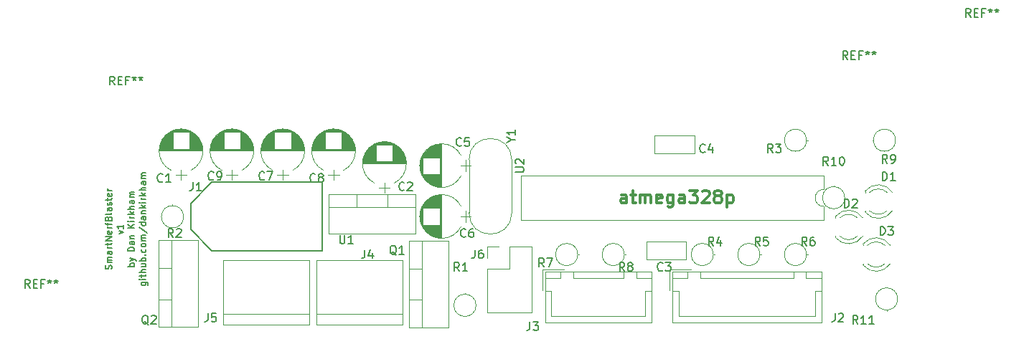
<source format=gbr>
G04 #@! TF.GenerationSoftware,KiCad,Pcbnew,(5.0.1-3-g963ef8bb5)*
G04 #@! TF.CreationDate,2019-03-04T20:59:00-06:00*
G04 #@! TF.ProjectId,SmartNerfBlaster,536D6172744E657266426C6173746572,v1*
G04 #@! TF.SameCoordinates,Original*
G04 #@! TF.FileFunction,Legend,Top*
G04 #@! TF.FilePolarity,Positive*
%FSLAX46Y46*%
G04 Gerber Fmt 4.6, Leading zero omitted, Abs format (unit mm)*
G04 Created by KiCad (PCBNEW (5.0.1-3-g963ef8bb5)) date Monday, March 04, 2019 at 08:59:00 PM*
%MOMM*%
%LPD*%
G01*
G04 APERTURE LIST*
%ADD10C,0.300000*%
%ADD11C,0.190500*%
%ADD12C,0.120000*%
%ADD13C,0.150000*%
G04 APERTURE END LIST*
D10*
X180071428Y-79428571D02*
X180071428Y-78642857D01*
X180000000Y-78500000D01*
X179857142Y-78428571D01*
X179571428Y-78428571D01*
X179428571Y-78500000D01*
X180071428Y-79357142D02*
X179928571Y-79428571D01*
X179571428Y-79428571D01*
X179428571Y-79357142D01*
X179357142Y-79214285D01*
X179357142Y-79071428D01*
X179428571Y-78928571D01*
X179571428Y-78857142D01*
X179928571Y-78857142D01*
X180071428Y-78785714D01*
X180571428Y-78428571D02*
X181142857Y-78428571D01*
X180785714Y-77928571D02*
X180785714Y-79214285D01*
X180857142Y-79357142D01*
X181000000Y-79428571D01*
X181142857Y-79428571D01*
X181642857Y-79428571D02*
X181642857Y-78428571D01*
X181642857Y-78571428D02*
X181714285Y-78500000D01*
X181857142Y-78428571D01*
X182071428Y-78428571D01*
X182214285Y-78500000D01*
X182285714Y-78642857D01*
X182285714Y-79428571D01*
X182285714Y-78642857D02*
X182357142Y-78500000D01*
X182500000Y-78428571D01*
X182714285Y-78428571D01*
X182857142Y-78500000D01*
X182928571Y-78642857D01*
X182928571Y-79428571D01*
X184214285Y-79357142D02*
X184071428Y-79428571D01*
X183785714Y-79428571D01*
X183642857Y-79357142D01*
X183571428Y-79214285D01*
X183571428Y-78642857D01*
X183642857Y-78500000D01*
X183785714Y-78428571D01*
X184071428Y-78428571D01*
X184214285Y-78500000D01*
X184285714Y-78642857D01*
X184285714Y-78785714D01*
X183571428Y-78928571D01*
X185571428Y-78428571D02*
X185571428Y-79642857D01*
X185500000Y-79785714D01*
X185428571Y-79857142D01*
X185285714Y-79928571D01*
X185071428Y-79928571D01*
X184928571Y-79857142D01*
X185571428Y-79357142D02*
X185428571Y-79428571D01*
X185142857Y-79428571D01*
X185000000Y-79357142D01*
X184928571Y-79285714D01*
X184857142Y-79142857D01*
X184857142Y-78714285D01*
X184928571Y-78571428D01*
X185000000Y-78500000D01*
X185142857Y-78428571D01*
X185428571Y-78428571D01*
X185571428Y-78500000D01*
X186928571Y-79428571D02*
X186928571Y-78642857D01*
X186857142Y-78500000D01*
X186714285Y-78428571D01*
X186428571Y-78428571D01*
X186285714Y-78500000D01*
X186928571Y-79357142D02*
X186785714Y-79428571D01*
X186428571Y-79428571D01*
X186285714Y-79357142D01*
X186214285Y-79214285D01*
X186214285Y-79071428D01*
X186285714Y-78928571D01*
X186428571Y-78857142D01*
X186785714Y-78857142D01*
X186928571Y-78785714D01*
X187500000Y-77928571D02*
X188428571Y-77928571D01*
X187928571Y-78500000D01*
X188142857Y-78500000D01*
X188285714Y-78571428D01*
X188357142Y-78642857D01*
X188428571Y-78785714D01*
X188428571Y-79142857D01*
X188357142Y-79285714D01*
X188285714Y-79357142D01*
X188142857Y-79428571D01*
X187714285Y-79428571D01*
X187571428Y-79357142D01*
X187500000Y-79285714D01*
X189000000Y-78071428D02*
X189071428Y-78000000D01*
X189214285Y-77928571D01*
X189571428Y-77928571D01*
X189714285Y-78000000D01*
X189785714Y-78071428D01*
X189857142Y-78214285D01*
X189857142Y-78357142D01*
X189785714Y-78571428D01*
X188928571Y-79428571D01*
X189857142Y-79428571D01*
X190714285Y-78571428D02*
X190571428Y-78500000D01*
X190500000Y-78428571D01*
X190428571Y-78285714D01*
X190428571Y-78214285D01*
X190500000Y-78071428D01*
X190571428Y-78000000D01*
X190714285Y-77928571D01*
X191000000Y-77928571D01*
X191142857Y-78000000D01*
X191214285Y-78071428D01*
X191285714Y-78214285D01*
X191285714Y-78285714D01*
X191214285Y-78428571D01*
X191142857Y-78500000D01*
X191000000Y-78571428D01*
X190714285Y-78571428D01*
X190571428Y-78642857D01*
X190500000Y-78714285D01*
X190428571Y-78857142D01*
X190428571Y-79142857D01*
X190500000Y-79285714D01*
X190571428Y-79357142D01*
X190714285Y-79428571D01*
X191000000Y-79428571D01*
X191142857Y-79357142D01*
X191214285Y-79285714D01*
X191285714Y-79142857D01*
X191285714Y-78857142D01*
X191214285Y-78714285D01*
X191142857Y-78642857D01*
X191000000Y-78571428D01*
X191928571Y-78428571D02*
X191928571Y-79928571D01*
X191928571Y-78500000D02*
X192071428Y-78428571D01*
X192357142Y-78428571D01*
X192500000Y-78500000D01*
X192571428Y-78571428D01*
X192642857Y-78714285D01*
X192642857Y-79142857D01*
X192571428Y-79285714D01*
X192500000Y-79357142D01*
X192357142Y-79428571D01*
X192071428Y-79428571D01*
X191928571Y-79357142D01*
D11*
X119308178Y-87217142D02*
X119344464Y-87108285D01*
X119344464Y-86926857D01*
X119308178Y-86854285D01*
X119271892Y-86818000D01*
X119199321Y-86781714D01*
X119126750Y-86781714D01*
X119054178Y-86818000D01*
X119017892Y-86854285D01*
X118981607Y-86926857D01*
X118945321Y-87072000D01*
X118909035Y-87144571D01*
X118872750Y-87180857D01*
X118800178Y-87217142D01*
X118727607Y-87217142D01*
X118655035Y-87180857D01*
X118618750Y-87144571D01*
X118582464Y-87072000D01*
X118582464Y-86890571D01*
X118618750Y-86781714D01*
X119344464Y-86455142D02*
X118836464Y-86455142D01*
X118909035Y-86455142D02*
X118872750Y-86418857D01*
X118836464Y-86346285D01*
X118836464Y-86237428D01*
X118872750Y-86164857D01*
X118945321Y-86128571D01*
X119344464Y-86128571D01*
X118945321Y-86128571D02*
X118872750Y-86092285D01*
X118836464Y-86019714D01*
X118836464Y-85910857D01*
X118872750Y-85838285D01*
X118945321Y-85802000D01*
X119344464Y-85802000D01*
X119344464Y-85112571D02*
X118945321Y-85112571D01*
X118872750Y-85148857D01*
X118836464Y-85221428D01*
X118836464Y-85366571D01*
X118872750Y-85439142D01*
X119308178Y-85112571D02*
X119344464Y-85185142D01*
X119344464Y-85366571D01*
X119308178Y-85439142D01*
X119235607Y-85475428D01*
X119163035Y-85475428D01*
X119090464Y-85439142D01*
X119054178Y-85366571D01*
X119054178Y-85185142D01*
X119017892Y-85112571D01*
X119344464Y-84749714D02*
X118836464Y-84749714D01*
X118981607Y-84749714D02*
X118909035Y-84713428D01*
X118872750Y-84677142D01*
X118836464Y-84604571D01*
X118836464Y-84532000D01*
X118836464Y-84386857D02*
X118836464Y-84096571D01*
X118582464Y-84278000D02*
X119235607Y-84278000D01*
X119308178Y-84241714D01*
X119344464Y-84169142D01*
X119344464Y-84096571D01*
X119344464Y-83842571D02*
X118582464Y-83842571D01*
X119344464Y-83407142D01*
X118582464Y-83407142D01*
X119308178Y-82754000D02*
X119344464Y-82826571D01*
X119344464Y-82971714D01*
X119308178Y-83044285D01*
X119235607Y-83080571D01*
X118945321Y-83080571D01*
X118872750Y-83044285D01*
X118836464Y-82971714D01*
X118836464Y-82826571D01*
X118872750Y-82754000D01*
X118945321Y-82717714D01*
X119017892Y-82717714D01*
X119090464Y-83080571D01*
X119344464Y-82391142D02*
X118836464Y-82391142D01*
X118981607Y-82391142D02*
X118909035Y-82354857D01*
X118872750Y-82318571D01*
X118836464Y-82246000D01*
X118836464Y-82173428D01*
X118836464Y-82028285D02*
X118836464Y-81738000D01*
X119344464Y-81919428D02*
X118691321Y-81919428D01*
X118618750Y-81883142D01*
X118582464Y-81810571D01*
X118582464Y-81738000D01*
X118945321Y-81230000D02*
X118981607Y-81121142D01*
X119017892Y-81084857D01*
X119090464Y-81048571D01*
X119199321Y-81048571D01*
X119271892Y-81084857D01*
X119308178Y-81121142D01*
X119344464Y-81193714D01*
X119344464Y-81484000D01*
X118582464Y-81484000D01*
X118582464Y-81230000D01*
X118618750Y-81157428D01*
X118655035Y-81121142D01*
X118727607Y-81084857D01*
X118800178Y-81084857D01*
X118872750Y-81121142D01*
X118909035Y-81157428D01*
X118945321Y-81230000D01*
X118945321Y-81484000D01*
X119344464Y-80613142D02*
X119308178Y-80685714D01*
X119235607Y-80722000D01*
X118582464Y-80722000D01*
X119344464Y-79996285D02*
X118945321Y-79996285D01*
X118872750Y-80032571D01*
X118836464Y-80105142D01*
X118836464Y-80250285D01*
X118872750Y-80322857D01*
X119308178Y-79996285D02*
X119344464Y-80068857D01*
X119344464Y-80250285D01*
X119308178Y-80322857D01*
X119235607Y-80359142D01*
X119163035Y-80359142D01*
X119090464Y-80322857D01*
X119054178Y-80250285D01*
X119054178Y-80068857D01*
X119017892Y-79996285D01*
X119308178Y-79669714D02*
X119344464Y-79597142D01*
X119344464Y-79452000D01*
X119308178Y-79379428D01*
X119235607Y-79343142D01*
X119199321Y-79343142D01*
X119126750Y-79379428D01*
X119090464Y-79452000D01*
X119090464Y-79560857D01*
X119054178Y-79633428D01*
X118981607Y-79669714D01*
X118945321Y-79669714D01*
X118872750Y-79633428D01*
X118836464Y-79560857D01*
X118836464Y-79452000D01*
X118872750Y-79379428D01*
X118836464Y-79125428D02*
X118836464Y-78835142D01*
X118582464Y-79016571D02*
X119235607Y-79016571D01*
X119308178Y-78980285D01*
X119344464Y-78907714D01*
X119344464Y-78835142D01*
X119308178Y-78290857D02*
X119344464Y-78363428D01*
X119344464Y-78508571D01*
X119308178Y-78581142D01*
X119235607Y-78617428D01*
X118945321Y-78617428D01*
X118872750Y-78581142D01*
X118836464Y-78508571D01*
X118836464Y-78363428D01*
X118872750Y-78290857D01*
X118945321Y-78254571D01*
X119017892Y-78254571D01*
X119090464Y-78617428D01*
X119344464Y-77928000D02*
X118836464Y-77928000D01*
X118981607Y-77928000D02*
X118909035Y-77891714D01*
X118872750Y-77855428D01*
X118836464Y-77782857D01*
X118836464Y-77710285D01*
X120169964Y-83044285D02*
X120677964Y-82862857D01*
X120169964Y-82681428D01*
X120677964Y-81992000D02*
X120677964Y-82427428D01*
X120677964Y-82209714D02*
X119915964Y-82209714D01*
X120024821Y-82282285D01*
X120097392Y-82354857D01*
X120133678Y-82427428D01*
X122011464Y-86908714D02*
X121249464Y-86908714D01*
X121539750Y-86908714D02*
X121503464Y-86836142D01*
X121503464Y-86691000D01*
X121539750Y-86618428D01*
X121576035Y-86582142D01*
X121648607Y-86545857D01*
X121866321Y-86545857D01*
X121938892Y-86582142D01*
X121975178Y-86618428D01*
X122011464Y-86691000D01*
X122011464Y-86836142D01*
X121975178Y-86908714D01*
X121503464Y-86291857D02*
X122011464Y-86110428D01*
X121503464Y-85929000D02*
X122011464Y-86110428D01*
X122192892Y-86183000D01*
X122229178Y-86219285D01*
X122265464Y-86291857D01*
X122011464Y-85058142D02*
X121249464Y-85058142D01*
X121249464Y-84876714D01*
X121285750Y-84767857D01*
X121358321Y-84695285D01*
X121430892Y-84659000D01*
X121576035Y-84622714D01*
X121684892Y-84622714D01*
X121830035Y-84659000D01*
X121902607Y-84695285D01*
X121975178Y-84767857D01*
X122011464Y-84876714D01*
X122011464Y-85058142D01*
X122011464Y-83969571D02*
X121612321Y-83969571D01*
X121539750Y-84005857D01*
X121503464Y-84078428D01*
X121503464Y-84223571D01*
X121539750Y-84296142D01*
X121975178Y-83969571D02*
X122011464Y-84042142D01*
X122011464Y-84223571D01*
X121975178Y-84296142D01*
X121902607Y-84332428D01*
X121830035Y-84332428D01*
X121757464Y-84296142D01*
X121721178Y-84223571D01*
X121721178Y-84042142D01*
X121684892Y-83969571D01*
X121503464Y-83606714D02*
X122011464Y-83606714D01*
X121576035Y-83606714D02*
X121539750Y-83570428D01*
X121503464Y-83497857D01*
X121503464Y-83389000D01*
X121539750Y-83316428D01*
X121612321Y-83280142D01*
X122011464Y-83280142D01*
X122011464Y-82336714D02*
X121249464Y-82336714D01*
X122011464Y-81901285D02*
X121576035Y-82227857D01*
X121249464Y-81901285D02*
X121684892Y-82336714D01*
X122011464Y-81574714D02*
X121503464Y-81574714D01*
X121249464Y-81574714D02*
X121285750Y-81611000D01*
X121322035Y-81574714D01*
X121285750Y-81538428D01*
X121249464Y-81574714D01*
X121322035Y-81574714D01*
X122011464Y-81211857D02*
X121503464Y-81211857D01*
X121648607Y-81211857D02*
X121576035Y-81175571D01*
X121539750Y-81139285D01*
X121503464Y-81066714D01*
X121503464Y-80994142D01*
X122011464Y-80740142D02*
X121249464Y-80740142D01*
X121721178Y-80667571D02*
X122011464Y-80449857D01*
X121503464Y-80449857D02*
X121793750Y-80740142D01*
X122011464Y-80123285D02*
X121249464Y-80123285D01*
X122011464Y-79796714D02*
X121612321Y-79796714D01*
X121539750Y-79833000D01*
X121503464Y-79905571D01*
X121503464Y-80014428D01*
X121539750Y-80087000D01*
X121576035Y-80123285D01*
X122011464Y-79107285D02*
X121612321Y-79107285D01*
X121539750Y-79143571D01*
X121503464Y-79216142D01*
X121503464Y-79361285D01*
X121539750Y-79433857D01*
X121975178Y-79107285D02*
X122011464Y-79179857D01*
X122011464Y-79361285D01*
X121975178Y-79433857D01*
X121902607Y-79470142D01*
X121830035Y-79470142D01*
X121757464Y-79433857D01*
X121721178Y-79361285D01*
X121721178Y-79179857D01*
X121684892Y-79107285D01*
X122011464Y-78744428D02*
X121503464Y-78744428D01*
X121576035Y-78744428D02*
X121539750Y-78708142D01*
X121503464Y-78635571D01*
X121503464Y-78526714D01*
X121539750Y-78454142D01*
X121612321Y-78417857D01*
X122011464Y-78417857D01*
X121612321Y-78417857D02*
X121539750Y-78381571D01*
X121503464Y-78309000D01*
X121503464Y-78200142D01*
X121539750Y-78127571D01*
X121612321Y-78091285D01*
X122011464Y-78091285D01*
X122836964Y-88795571D02*
X123453821Y-88795571D01*
X123526392Y-88831857D01*
X123562678Y-88868142D01*
X123598964Y-88940714D01*
X123598964Y-89049571D01*
X123562678Y-89122142D01*
X123308678Y-88795571D02*
X123344964Y-88868142D01*
X123344964Y-89013285D01*
X123308678Y-89085857D01*
X123272392Y-89122142D01*
X123199821Y-89158428D01*
X122982107Y-89158428D01*
X122909535Y-89122142D01*
X122873250Y-89085857D01*
X122836964Y-89013285D01*
X122836964Y-88868142D01*
X122873250Y-88795571D01*
X123344964Y-88432714D02*
X122836964Y-88432714D01*
X122582964Y-88432714D02*
X122619250Y-88469000D01*
X122655535Y-88432714D01*
X122619250Y-88396428D01*
X122582964Y-88432714D01*
X122655535Y-88432714D01*
X122836964Y-88178714D02*
X122836964Y-87888428D01*
X122582964Y-88069857D02*
X123236107Y-88069857D01*
X123308678Y-88033571D01*
X123344964Y-87961000D01*
X123344964Y-87888428D01*
X123344964Y-87634428D02*
X122582964Y-87634428D01*
X123344964Y-87307857D02*
X122945821Y-87307857D01*
X122873250Y-87344142D01*
X122836964Y-87416714D01*
X122836964Y-87525571D01*
X122873250Y-87598142D01*
X122909535Y-87634428D01*
X122836964Y-86618428D02*
X123344964Y-86618428D01*
X122836964Y-86945000D02*
X123236107Y-86945000D01*
X123308678Y-86908714D01*
X123344964Y-86836142D01*
X123344964Y-86727285D01*
X123308678Y-86654714D01*
X123272392Y-86618428D01*
X123344964Y-86255571D02*
X122582964Y-86255571D01*
X122873250Y-86255571D02*
X122836964Y-86183000D01*
X122836964Y-86037857D01*
X122873250Y-85965285D01*
X122909535Y-85929000D01*
X122982107Y-85892714D01*
X123199821Y-85892714D01*
X123272392Y-85929000D01*
X123308678Y-85965285D01*
X123344964Y-86037857D01*
X123344964Y-86183000D01*
X123308678Y-86255571D01*
X123272392Y-85566142D02*
X123308678Y-85529857D01*
X123344964Y-85566142D01*
X123308678Y-85602428D01*
X123272392Y-85566142D01*
X123344964Y-85566142D01*
X123308678Y-84876714D02*
X123344964Y-84949285D01*
X123344964Y-85094428D01*
X123308678Y-85167000D01*
X123272392Y-85203285D01*
X123199821Y-85239571D01*
X122982107Y-85239571D01*
X122909535Y-85203285D01*
X122873250Y-85167000D01*
X122836964Y-85094428D01*
X122836964Y-84949285D01*
X122873250Y-84876714D01*
X123344964Y-84441285D02*
X123308678Y-84513857D01*
X123272392Y-84550142D01*
X123199821Y-84586428D01*
X122982107Y-84586428D01*
X122909535Y-84550142D01*
X122873250Y-84513857D01*
X122836964Y-84441285D01*
X122836964Y-84332428D01*
X122873250Y-84259857D01*
X122909535Y-84223571D01*
X122982107Y-84187285D01*
X123199821Y-84187285D01*
X123272392Y-84223571D01*
X123308678Y-84259857D01*
X123344964Y-84332428D01*
X123344964Y-84441285D01*
X123344964Y-83860714D02*
X122836964Y-83860714D01*
X122909535Y-83860714D02*
X122873250Y-83824428D01*
X122836964Y-83751857D01*
X122836964Y-83643000D01*
X122873250Y-83570428D01*
X122945821Y-83534142D01*
X123344964Y-83534142D01*
X122945821Y-83534142D02*
X122873250Y-83497857D01*
X122836964Y-83425285D01*
X122836964Y-83316428D01*
X122873250Y-83243857D01*
X122945821Y-83207571D01*
X123344964Y-83207571D01*
X122546678Y-82300428D02*
X123526392Y-82953571D01*
X123344964Y-81719857D02*
X122582964Y-81719857D01*
X123308678Y-81719857D02*
X123344964Y-81792428D01*
X123344964Y-81937571D01*
X123308678Y-82010142D01*
X123272392Y-82046428D01*
X123199821Y-82082714D01*
X122982107Y-82082714D01*
X122909535Y-82046428D01*
X122873250Y-82010142D01*
X122836964Y-81937571D01*
X122836964Y-81792428D01*
X122873250Y-81719857D01*
X123344964Y-81030428D02*
X122945821Y-81030428D01*
X122873250Y-81066714D01*
X122836964Y-81139285D01*
X122836964Y-81284428D01*
X122873250Y-81357000D01*
X123308678Y-81030428D02*
X123344964Y-81103000D01*
X123344964Y-81284428D01*
X123308678Y-81357000D01*
X123236107Y-81393285D01*
X123163535Y-81393285D01*
X123090964Y-81357000D01*
X123054678Y-81284428D01*
X123054678Y-81103000D01*
X123018392Y-81030428D01*
X122836964Y-80667571D02*
X123344964Y-80667571D01*
X122909535Y-80667571D02*
X122873250Y-80631285D01*
X122836964Y-80558714D01*
X122836964Y-80449857D01*
X122873250Y-80377285D01*
X122945821Y-80341000D01*
X123344964Y-80341000D01*
X123344964Y-79978142D02*
X122582964Y-79978142D01*
X123054678Y-79905571D02*
X123344964Y-79687857D01*
X122836964Y-79687857D02*
X123127250Y-79978142D01*
X123344964Y-79361285D02*
X122836964Y-79361285D01*
X122582964Y-79361285D02*
X122619250Y-79397571D01*
X122655535Y-79361285D01*
X122619250Y-79325000D01*
X122582964Y-79361285D01*
X122655535Y-79361285D01*
X123344964Y-78998428D02*
X122836964Y-78998428D01*
X122982107Y-78998428D02*
X122909535Y-78962142D01*
X122873250Y-78925857D01*
X122836964Y-78853285D01*
X122836964Y-78780714D01*
X123344964Y-78526714D02*
X122582964Y-78526714D01*
X123054678Y-78454142D02*
X123344964Y-78236428D01*
X122836964Y-78236428D02*
X123127250Y-78526714D01*
X123344964Y-77909857D02*
X122582964Y-77909857D01*
X123344964Y-77583285D02*
X122945821Y-77583285D01*
X122873250Y-77619571D01*
X122836964Y-77692142D01*
X122836964Y-77801000D01*
X122873250Y-77873571D01*
X122909535Y-77909857D01*
X123344964Y-76893857D02*
X122945821Y-76893857D01*
X122873250Y-76930142D01*
X122836964Y-77002714D01*
X122836964Y-77147857D01*
X122873250Y-77220428D01*
X123308678Y-76893857D02*
X123344964Y-76966428D01*
X123344964Y-77147857D01*
X123308678Y-77220428D01*
X123236107Y-77256714D01*
X123163535Y-77256714D01*
X123090964Y-77220428D01*
X123054678Y-77147857D01*
X123054678Y-76966428D01*
X123018392Y-76893857D01*
X123344964Y-76531000D02*
X122836964Y-76531000D01*
X122909535Y-76531000D02*
X122873250Y-76494714D01*
X122836964Y-76422142D01*
X122836964Y-76313285D01*
X122873250Y-76240714D01*
X122945821Y-76204428D01*
X123344964Y-76204428D01*
X122945821Y-76204428D02*
X122873250Y-76168142D01*
X122836964Y-76095571D01*
X122836964Y-75986714D01*
X122873250Y-75914142D01*
X122945821Y-75877857D01*
X123344964Y-75877857D01*
D12*
G04 #@! TO.C,C1*
X126850000Y-76100000D02*
X128150000Y-76100000D01*
X127500000Y-76700000D02*
X127500000Y-75500000D01*
X127146000Y-70689000D02*
X127854000Y-70689000D01*
X126941000Y-70729000D02*
X128059000Y-70729000D01*
X126793000Y-70769000D02*
X128207000Y-70769000D01*
X126671000Y-70809000D02*
X128329000Y-70809000D01*
X126566000Y-70849000D02*
X128434000Y-70849000D01*
X126472000Y-70889000D02*
X128528000Y-70889000D01*
X126388000Y-70929000D02*
X128612000Y-70929000D01*
X126311000Y-70969000D02*
X128689000Y-70969000D01*
X126239000Y-71009000D02*
X128761000Y-71009000D01*
X128480000Y-71049000D02*
X128827000Y-71049000D01*
X126173000Y-71049000D02*
X126520000Y-71049000D01*
X128480000Y-71089000D02*
X128890000Y-71089000D01*
X126110000Y-71089000D02*
X126520000Y-71089000D01*
X128480000Y-71129000D02*
X128948000Y-71129000D01*
X126052000Y-71129000D02*
X126520000Y-71129000D01*
X128480000Y-71169000D02*
X129004000Y-71169000D01*
X125996000Y-71169000D02*
X126520000Y-71169000D01*
X128480000Y-71209000D02*
X129056000Y-71209000D01*
X125944000Y-71209000D02*
X126520000Y-71209000D01*
X128480000Y-71249000D02*
X129106000Y-71249000D01*
X125894000Y-71249000D02*
X126520000Y-71249000D01*
X128480000Y-71289000D02*
X129154000Y-71289000D01*
X125846000Y-71289000D02*
X126520000Y-71289000D01*
X128480000Y-71329000D02*
X129199000Y-71329000D01*
X125801000Y-71329000D02*
X126520000Y-71329000D01*
X128480000Y-71369000D02*
X129242000Y-71369000D01*
X125758000Y-71369000D02*
X126520000Y-71369000D01*
X128480000Y-71409000D02*
X129283000Y-71409000D01*
X125717000Y-71409000D02*
X126520000Y-71409000D01*
X128480000Y-71449000D02*
X129323000Y-71449000D01*
X125677000Y-71449000D02*
X126520000Y-71449000D01*
X128480000Y-71489000D02*
X129361000Y-71489000D01*
X125639000Y-71489000D02*
X126520000Y-71489000D01*
X128480000Y-71529000D02*
X129397000Y-71529000D01*
X125603000Y-71529000D02*
X126520000Y-71529000D01*
X128480000Y-71569000D02*
X129432000Y-71569000D01*
X125568000Y-71569000D02*
X126520000Y-71569000D01*
X128480000Y-71609000D02*
X129465000Y-71609000D01*
X125535000Y-71609000D02*
X126520000Y-71609000D01*
X128480000Y-71649000D02*
X129497000Y-71649000D01*
X125503000Y-71649000D02*
X126520000Y-71649000D01*
X128480000Y-71689000D02*
X129528000Y-71689000D01*
X125472000Y-71689000D02*
X126520000Y-71689000D01*
X128480000Y-71729000D02*
X129558000Y-71729000D01*
X125442000Y-71729000D02*
X126520000Y-71729000D01*
X128480000Y-71769000D02*
X129586000Y-71769000D01*
X125414000Y-71769000D02*
X126520000Y-71769000D01*
X128480000Y-71809000D02*
X129613000Y-71809000D01*
X125387000Y-71809000D02*
X126520000Y-71809000D01*
X128480000Y-71849000D02*
X129640000Y-71849000D01*
X125360000Y-71849000D02*
X126520000Y-71849000D01*
X128480000Y-71889000D02*
X129665000Y-71889000D01*
X125335000Y-71889000D02*
X126520000Y-71889000D01*
X128480000Y-71929000D02*
X129689000Y-71929000D01*
X125311000Y-71929000D02*
X126520000Y-71929000D01*
X128480000Y-71969000D02*
X129712000Y-71969000D01*
X125288000Y-71969000D02*
X126520000Y-71969000D01*
X128480000Y-72009000D02*
X129734000Y-72009000D01*
X125266000Y-72009000D02*
X126520000Y-72009000D01*
X128480000Y-72049000D02*
X129756000Y-72049000D01*
X125244000Y-72049000D02*
X126520000Y-72049000D01*
X128480000Y-72089000D02*
X129776000Y-72089000D01*
X125224000Y-72089000D02*
X126520000Y-72089000D01*
X128480000Y-72129000D02*
X129796000Y-72129000D01*
X125204000Y-72129000D02*
X126520000Y-72129000D01*
X128480000Y-72169000D02*
X129815000Y-72169000D01*
X125185000Y-72169000D02*
X126520000Y-72169000D01*
X128480000Y-72209000D02*
X129833000Y-72209000D01*
X125167000Y-72209000D02*
X126520000Y-72209000D01*
X128480000Y-72249000D02*
X129850000Y-72249000D01*
X125150000Y-72249000D02*
X126520000Y-72249000D01*
X128480000Y-72289000D02*
X129866000Y-72289000D01*
X125134000Y-72289000D02*
X126520000Y-72289000D01*
X128480000Y-72329000D02*
X129882000Y-72329000D01*
X125118000Y-72329000D02*
X126520000Y-72329000D01*
X128480000Y-72369000D02*
X129896000Y-72369000D01*
X125104000Y-72369000D02*
X126520000Y-72369000D01*
X128480000Y-72409000D02*
X129910000Y-72409000D01*
X125090000Y-72409000D02*
X126520000Y-72409000D01*
X128480000Y-72449000D02*
X129924000Y-72449000D01*
X125076000Y-72449000D02*
X126520000Y-72449000D01*
X128480000Y-72489000D02*
X129936000Y-72489000D01*
X125064000Y-72489000D02*
X126520000Y-72489000D01*
X128480000Y-72529000D02*
X129948000Y-72529000D01*
X125052000Y-72529000D02*
X126520000Y-72529000D01*
X128480000Y-72570000D02*
X129960000Y-72570000D01*
X125040000Y-72570000D02*
X126520000Y-72570000D01*
X128480000Y-72610000D02*
X129970000Y-72610000D01*
X125030000Y-72610000D02*
X126520000Y-72610000D01*
X128480000Y-72650000D02*
X129980000Y-72650000D01*
X125020000Y-72650000D02*
X126520000Y-72650000D01*
X128480000Y-72690000D02*
X129989000Y-72690000D01*
X125011000Y-72690000D02*
X126520000Y-72690000D01*
X128480000Y-72730000D02*
X129998000Y-72730000D01*
X125002000Y-72730000D02*
X126520000Y-72730000D01*
X128480000Y-72770000D02*
X130006000Y-72770000D01*
X124994000Y-72770000D02*
X126520000Y-72770000D01*
X128480000Y-72810000D02*
X130013000Y-72810000D01*
X124987000Y-72810000D02*
X126520000Y-72810000D01*
X128480000Y-72850000D02*
X130019000Y-72850000D01*
X124981000Y-72850000D02*
X126520000Y-72850000D01*
X128480000Y-72890000D02*
X130025000Y-72890000D01*
X124975000Y-72890000D02*
X126520000Y-72890000D01*
X128480000Y-72930000D02*
X130031000Y-72930000D01*
X124969000Y-72930000D02*
X126520000Y-72930000D01*
X128480000Y-72970000D02*
X130035000Y-72970000D01*
X124965000Y-72970000D02*
X126520000Y-72970000D01*
X124961000Y-73010000D02*
X130039000Y-73010000D01*
X124957000Y-73050000D02*
X130043000Y-73050000D01*
X124954000Y-73090000D02*
X130046000Y-73090000D01*
X124952000Y-73130000D02*
X130048000Y-73130000D01*
X124951000Y-73170000D02*
X130049000Y-73170000D01*
X124950000Y-73210000D02*
X130050000Y-73210000D01*
X124950000Y-73250000D02*
X130050000Y-73250000D01*
X128679723Y-70944278D02*
G75*
G03X126320000Y-70944420I-1179723J-2305722D01*
G01*
X128679723Y-70944278D02*
G75*
G02X128680000Y-75555580I-1179723J-2305722D01*
G01*
X126320277Y-70944278D02*
G75*
G03X126320000Y-75555580I1179723J-2305722D01*
G01*
G04 #@! TO.C,C2*
X150320277Y-72444278D02*
G75*
G03X150320000Y-77055580I1179723J-2305722D01*
G01*
X152679723Y-72444278D02*
G75*
G02X152680000Y-77055580I-1179723J-2305722D01*
G01*
X152679723Y-72444278D02*
G75*
G03X150320000Y-72444420I-1179723J-2305722D01*
G01*
X148950000Y-74750000D02*
X154050000Y-74750000D01*
X148950000Y-74710000D02*
X154050000Y-74710000D01*
X148951000Y-74670000D02*
X154049000Y-74670000D01*
X148952000Y-74630000D02*
X154048000Y-74630000D01*
X148954000Y-74590000D02*
X154046000Y-74590000D01*
X148957000Y-74550000D02*
X154043000Y-74550000D01*
X148961000Y-74510000D02*
X154039000Y-74510000D01*
X148965000Y-74470000D02*
X150520000Y-74470000D01*
X152480000Y-74470000D02*
X154035000Y-74470000D01*
X148969000Y-74430000D02*
X150520000Y-74430000D01*
X152480000Y-74430000D02*
X154031000Y-74430000D01*
X148975000Y-74390000D02*
X150520000Y-74390000D01*
X152480000Y-74390000D02*
X154025000Y-74390000D01*
X148981000Y-74350000D02*
X150520000Y-74350000D01*
X152480000Y-74350000D02*
X154019000Y-74350000D01*
X148987000Y-74310000D02*
X150520000Y-74310000D01*
X152480000Y-74310000D02*
X154013000Y-74310000D01*
X148994000Y-74270000D02*
X150520000Y-74270000D01*
X152480000Y-74270000D02*
X154006000Y-74270000D01*
X149002000Y-74230000D02*
X150520000Y-74230000D01*
X152480000Y-74230000D02*
X153998000Y-74230000D01*
X149011000Y-74190000D02*
X150520000Y-74190000D01*
X152480000Y-74190000D02*
X153989000Y-74190000D01*
X149020000Y-74150000D02*
X150520000Y-74150000D01*
X152480000Y-74150000D02*
X153980000Y-74150000D01*
X149030000Y-74110000D02*
X150520000Y-74110000D01*
X152480000Y-74110000D02*
X153970000Y-74110000D01*
X149040000Y-74070000D02*
X150520000Y-74070000D01*
X152480000Y-74070000D02*
X153960000Y-74070000D01*
X149052000Y-74029000D02*
X150520000Y-74029000D01*
X152480000Y-74029000D02*
X153948000Y-74029000D01*
X149064000Y-73989000D02*
X150520000Y-73989000D01*
X152480000Y-73989000D02*
X153936000Y-73989000D01*
X149076000Y-73949000D02*
X150520000Y-73949000D01*
X152480000Y-73949000D02*
X153924000Y-73949000D01*
X149090000Y-73909000D02*
X150520000Y-73909000D01*
X152480000Y-73909000D02*
X153910000Y-73909000D01*
X149104000Y-73869000D02*
X150520000Y-73869000D01*
X152480000Y-73869000D02*
X153896000Y-73869000D01*
X149118000Y-73829000D02*
X150520000Y-73829000D01*
X152480000Y-73829000D02*
X153882000Y-73829000D01*
X149134000Y-73789000D02*
X150520000Y-73789000D01*
X152480000Y-73789000D02*
X153866000Y-73789000D01*
X149150000Y-73749000D02*
X150520000Y-73749000D01*
X152480000Y-73749000D02*
X153850000Y-73749000D01*
X149167000Y-73709000D02*
X150520000Y-73709000D01*
X152480000Y-73709000D02*
X153833000Y-73709000D01*
X149185000Y-73669000D02*
X150520000Y-73669000D01*
X152480000Y-73669000D02*
X153815000Y-73669000D01*
X149204000Y-73629000D02*
X150520000Y-73629000D01*
X152480000Y-73629000D02*
X153796000Y-73629000D01*
X149224000Y-73589000D02*
X150520000Y-73589000D01*
X152480000Y-73589000D02*
X153776000Y-73589000D01*
X149244000Y-73549000D02*
X150520000Y-73549000D01*
X152480000Y-73549000D02*
X153756000Y-73549000D01*
X149266000Y-73509000D02*
X150520000Y-73509000D01*
X152480000Y-73509000D02*
X153734000Y-73509000D01*
X149288000Y-73469000D02*
X150520000Y-73469000D01*
X152480000Y-73469000D02*
X153712000Y-73469000D01*
X149311000Y-73429000D02*
X150520000Y-73429000D01*
X152480000Y-73429000D02*
X153689000Y-73429000D01*
X149335000Y-73389000D02*
X150520000Y-73389000D01*
X152480000Y-73389000D02*
X153665000Y-73389000D01*
X149360000Y-73349000D02*
X150520000Y-73349000D01*
X152480000Y-73349000D02*
X153640000Y-73349000D01*
X149387000Y-73309000D02*
X150520000Y-73309000D01*
X152480000Y-73309000D02*
X153613000Y-73309000D01*
X149414000Y-73269000D02*
X150520000Y-73269000D01*
X152480000Y-73269000D02*
X153586000Y-73269000D01*
X149442000Y-73229000D02*
X150520000Y-73229000D01*
X152480000Y-73229000D02*
X153558000Y-73229000D01*
X149472000Y-73189000D02*
X150520000Y-73189000D01*
X152480000Y-73189000D02*
X153528000Y-73189000D01*
X149503000Y-73149000D02*
X150520000Y-73149000D01*
X152480000Y-73149000D02*
X153497000Y-73149000D01*
X149535000Y-73109000D02*
X150520000Y-73109000D01*
X152480000Y-73109000D02*
X153465000Y-73109000D01*
X149568000Y-73069000D02*
X150520000Y-73069000D01*
X152480000Y-73069000D02*
X153432000Y-73069000D01*
X149603000Y-73029000D02*
X150520000Y-73029000D01*
X152480000Y-73029000D02*
X153397000Y-73029000D01*
X149639000Y-72989000D02*
X150520000Y-72989000D01*
X152480000Y-72989000D02*
X153361000Y-72989000D01*
X149677000Y-72949000D02*
X150520000Y-72949000D01*
X152480000Y-72949000D02*
X153323000Y-72949000D01*
X149717000Y-72909000D02*
X150520000Y-72909000D01*
X152480000Y-72909000D02*
X153283000Y-72909000D01*
X149758000Y-72869000D02*
X150520000Y-72869000D01*
X152480000Y-72869000D02*
X153242000Y-72869000D01*
X149801000Y-72829000D02*
X150520000Y-72829000D01*
X152480000Y-72829000D02*
X153199000Y-72829000D01*
X149846000Y-72789000D02*
X150520000Y-72789000D01*
X152480000Y-72789000D02*
X153154000Y-72789000D01*
X149894000Y-72749000D02*
X150520000Y-72749000D01*
X152480000Y-72749000D02*
X153106000Y-72749000D01*
X149944000Y-72709000D02*
X150520000Y-72709000D01*
X152480000Y-72709000D02*
X153056000Y-72709000D01*
X149996000Y-72669000D02*
X150520000Y-72669000D01*
X152480000Y-72669000D02*
X153004000Y-72669000D01*
X150052000Y-72629000D02*
X150520000Y-72629000D01*
X152480000Y-72629000D02*
X152948000Y-72629000D01*
X150110000Y-72589000D02*
X150520000Y-72589000D01*
X152480000Y-72589000D02*
X152890000Y-72589000D01*
X150173000Y-72549000D02*
X150520000Y-72549000D01*
X152480000Y-72549000D02*
X152827000Y-72549000D01*
X150239000Y-72509000D02*
X152761000Y-72509000D01*
X150311000Y-72469000D02*
X152689000Y-72469000D01*
X150388000Y-72429000D02*
X152612000Y-72429000D01*
X150472000Y-72389000D02*
X152528000Y-72389000D01*
X150566000Y-72349000D02*
X152434000Y-72349000D01*
X150671000Y-72309000D02*
X152329000Y-72309000D01*
X150793000Y-72269000D02*
X152207000Y-72269000D01*
X150941000Y-72229000D02*
X152059000Y-72229000D01*
X151146000Y-72189000D02*
X151854000Y-72189000D01*
X151500000Y-78200000D02*
X151500000Y-77000000D01*
X150850000Y-77600000D02*
X152150000Y-77600000D01*
G04 #@! TO.C,C3*
X182390000Y-83940000D02*
X187110000Y-83940000D01*
X182390000Y-86060000D02*
X187110000Y-86060000D01*
X182390000Y-83940000D02*
X182390000Y-86060000D01*
X187110000Y-83940000D02*
X187110000Y-86060000D01*
G04 #@! TO.C,C4*
X183390000Y-73560000D02*
X183390000Y-71440000D01*
X188110000Y-73560000D02*
X188110000Y-71440000D01*
X188110000Y-71440000D02*
X183390000Y-71440000D01*
X188110000Y-73560000D02*
X183390000Y-73560000D01*
G04 #@! TO.C,C5*
X161100000Y-75650000D02*
X161100000Y-74350000D01*
X161700000Y-75000000D02*
X160500000Y-75000000D01*
X155689000Y-75354000D02*
X155689000Y-74646000D01*
X155729000Y-75559000D02*
X155729000Y-74441000D01*
X155769000Y-75707000D02*
X155769000Y-74293000D01*
X155809000Y-75829000D02*
X155809000Y-74171000D01*
X155849000Y-75934000D02*
X155849000Y-74066000D01*
X155889000Y-76028000D02*
X155889000Y-73972000D01*
X155929000Y-76112000D02*
X155929000Y-73888000D01*
X155969000Y-76189000D02*
X155969000Y-73811000D01*
X156009000Y-76261000D02*
X156009000Y-73739000D01*
X156049000Y-74020000D02*
X156049000Y-73673000D01*
X156049000Y-76327000D02*
X156049000Y-75980000D01*
X156089000Y-74020000D02*
X156089000Y-73610000D01*
X156089000Y-76390000D02*
X156089000Y-75980000D01*
X156129000Y-74020000D02*
X156129000Y-73552000D01*
X156129000Y-76448000D02*
X156129000Y-75980000D01*
X156169000Y-74020000D02*
X156169000Y-73496000D01*
X156169000Y-76504000D02*
X156169000Y-75980000D01*
X156209000Y-74020000D02*
X156209000Y-73444000D01*
X156209000Y-76556000D02*
X156209000Y-75980000D01*
X156249000Y-74020000D02*
X156249000Y-73394000D01*
X156249000Y-76606000D02*
X156249000Y-75980000D01*
X156289000Y-74020000D02*
X156289000Y-73346000D01*
X156289000Y-76654000D02*
X156289000Y-75980000D01*
X156329000Y-74020000D02*
X156329000Y-73301000D01*
X156329000Y-76699000D02*
X156329000Y-75980000D01*
X156369000Y-74020000D02*
X156369000Y-73258000D01*
X156369000Y-76742000D02*
X156369000Y-75980000D01*
X156409000Y-74020000D02*
X156409000Y-73217000D01*
X156409000Y-76783000D02*
X156409000Y-75980000D01*
X156449000Y-74020000D02*
X156449000Y-73177000D01*
X156449000Y-76823000D02*
X156449000Y-75980000D01*
X156489000Y-74020000D02*
X156489000Y-73139000D01*
X156489000Y-76861000D02*
X156489000Y-75980000D01*
X156529000Y-74020000D02*
X156529000Y-73103000D01*
X156529000Y-76897000D02*
X156529000Y-75980000D01*
X156569000Y-74020000D02*
X156569000Y-73068000D01*
X156569000Y-76932000D02*
X156569000Y-75980000D01*
X156609000Y-74020000D02*
X156609000Y-73035000D01*
X156609000Y-76965000D02*
X156609000Y-75980000D01*
X156649000Y-74020000D02*
X156649000Y-73003000D01*
X156649000Y-76997000D02*
X156649000Y-75980000D01*
X156689000Y-74020000D02*
X156689000Y-72972000D01*
X156689000Y-77028000D02*
X156689000Y-75980000D01*
X156729000Y-74020000D02*
X156729000Y-72942000D01*
X156729000Y-77058000D02*
X156729000Y-75980000D01*
X156769000Y-74020000D02*
X156769000Y-72914000D01*
X156769000Y-77086000D02*
X156769000Y-75980000D01*
X156809000Y-74020000D02*
X156809000Y-72887000D01*
X156809000Y-77113000D02*
X156809000Y-75980000D01*
X156849000Y-74020000D02*
X156849000Y-72860000D01*
X156849000Y-77140000D02*
X156849000Y-75980000D01*
X156889000Y-74020000D02*
X156889000Y-72835000D01*
X156889000Y-77165000D02*
X156889000Y-75980000D01*
X156929000Y-74020000D02*
X156929000Y-72811000D01*
X156929000Y-77189000D02*
X156929000Y-75980000D01*
X156969000Y-74020000D02*
X156969000Y-72788000D01*
X156969000Y-77212000D02*
X156969000Y-75980000D01*
X157009000Y-74020000D02*
X157009000Y-72766000D01*
X157009000Y-77234000D02*
X157009000Y-75980000D01*
X157049000Y-74020000D02*
X157049000Y-72744000D01*
X157049000Y-77256000D02*
X157049000Y-75980000D01*
X157089000Y-74020000D02*
X157089000Y-72724000D01*
X157089000Y-77276000D02*
X157089000Y-75980000D01*
X157129000Y-74020000D02*
X157129000Y-72704000D01*
X157129000Y-77296000D02*
X157129000Y-75980000D01*
X157169000Y-74020000D02*
X157169000Y-72685000D01*
X157169000Y-77315000D02*
X157169000Y-75980000D01*
X157209000Y-74020000D02*
X157209000Y-72667000D01*
X157209000Y-77333000D02*
X157209000Y-75980000D01*
X157249000Y-74020000D02*
X157249000Y-72650000D01*
X157249000Y-77350000D02*
X157249000Y-75980000D01*
X157289000Y-74020000D02*
X157289000Y-72634000D01*
X157289000Y-77366000D02*
X157289000Y-75980000D01*
X157329000Y-74020000D02*
X157329000Y-72618000D01*
X157329000Y-77382000D02*
X157329000Y-75980000D01*
X157369000Y-74020000D02*
X157369000Y-72604000D01*
X157369000Y-77396000D02*
X157369000Y-75980000D01*
X157409000Y-74020000D02*
X157409000Y-72590000D01*
X157409000Y-77410000D02*
X157409000Y-75980000D01*
X157449000Y-74020000D02*
X157449000Y-72576000D01*
X157449000Y-77424000D02*
X157449000Y-75980000D01*
X157489000Y-74020000D02*
X157489000Y-72564000D01*
X157489000Y-77436000D02*
X157489000Y-75980000D01*
X157529000Y-74020000D02*
X157529000Y-72552000D01*
X157529000Y-77448000D02*
X157529000Y-75980000D01*
X157570000Y-74020000D02*
X157570000Y-72540000D01*
X157570000Y-77460000D02*
X157570000Y-75980000D01*
X157610000Y-74020000D02*
X157610000Y-72530000D01*
X157610000Y-77470000D02*
X157610000Y-75980000D01*
X157650000Y-74020000D02*
X157650000Y-72520000D01*
X157650000Y-77480000D02*
X157650000Y-75980000D01*
X157690000Y-74020000D02*
X157690000Y-72511000D01*
X157690000Y-77489000D02*
X157690000Y-75980000D01*
X157730000Y-74020000D02*
X157730000Y-72502000D01*
X157730000Y-77498000D02*
X157730000Y-75980000D01*
X157770000Y-74020000D02*
X157770000Y-72494000D01*
X157770000Y-77506000D02*
X157770000Y-75980000D01*
X157810000Y-74020000D02*
X157810000Y-72487000D01*
X157810000Y-77513000D02*
X157810000Y-75980000D01*
X157850000Y-74020000D02*
X157850000Y-72481000D01*
X157850000Y-77519000D02*
X157850000Y-75980000D01*
X157890000Y-74020000D02*
X157890000Y-72475000D01*
X157890000Y-77525000D02*
X157890000Y-75980000D01*
X157930000Y-74020000D02*
X157930000Y-72469000D01*
X157930000Y-77531000D02*
X157930000Y-75980000D01*
X157970000Y-74020000D02*
X157970000Y-72465000D01*
X157970000Y-77535000D02*
X157970000Y-75980000D01*
X158010000Y-77539000D02*
X158010000Y-72461000D01*
X158050000Y-77543000D02*
X158050000Y-72457000D01*
X158090000Y-77546000D02*
X158090000Y-72454000D01*
X158130000Y-77548000D02*
X158130000Y-72452000D01*
X158170000Y-77549000D02*
X158170000Y-72451000D01*
X158210000Y-77550000D02*
X158210000Y-72450000D01*
X158250000Y-77550000D02*
X158250000Y-72450000D01*
X155944278Y-73820277D02*
G75*
G03X155944420Y-76180000I2305722J-1179723D01*
G01*
X155944278Y-73820277D02*
G75*
G02X160555580Y-73820000I2305722J-1179723D01*
G01*
X155944278Y-76179723D02*
G75*
G03X160555580Y-76180000I2305722J1179723D01*
G01*
G04 #@! TO.C,C6*
X155944278Y-82179723D02*
G75*
G03X160555580Y-82180000I2305722J1179723D01*
G01*
X155944278Y-79820277D02*
G75*
G02X160555580Y-79820000I2305722J-1179723D01*
G01*
X155944278Y-79820277D02*
G75*
G03X155944420Y-82180000I2305722J-1179723D01*
G01*
X158250000Y-83550000D02*
X158250000Y-78450000D01*
X158210000Y-83550000D02*
X158210000Y-78450000D01*
X158170000Y-83549000D02*
X158170000Y-78451000D01*
X158130000Y-83548000D02*
X158130000Y-78452000D01*
X158090000Y-83546000D02*
X158090000Y-78454000D01*
X158050000Y-83543000D02*
X158050000Y-78457000D01*
X158010000Y-83539000D02*
X158010000Y-78461000D01*
X157970000Y-83535000D02*
X157970000Y-81980000D01*
X157970000Y-80020000D02*
X157970000Y-78465000D01*
X157930000Y-83531000D02*
X157930000Y-81980000D01*
X157930000Y-80020000D02*
X157930000Y-78469000D01*
X157890000Y-83525000D02*
X157890000Y-81980000D01*
X157890000Y-80020000D02*
X157890000Y-78475000D01*
X157850000Y-83519000D02*
X157850000Y-81980000D01*
X157850000Y-80020000D02*
X157850000Y-78481000D01*
X157810000Y-83513000D02*
X157810000Y-81980000D01*
X157810000Y-80020000D02*
X157810000Y-78487000D01*
X157770000Y-83506000D02*
X157770000Y-81980000D01*
X157770000Y-80020000D02*
X157770000Y-78494000D01*
X157730000Y-83498000D02*
X157730000Y-81980000D01*
X157730000Y-80020000D02*
X157730000Y-78502000D01*
X157690000Y-83489000D02*
X157690000Y-81980000D01*
X157690000Y-80020000D02*
X157690000Y-78511000D01*
X157650000Y-83480000D02*
X157650000Y-81980000D01*
X157650000Y-80020000D02*
X157650000Y-78520000D01*
X157610000Y-83470000D02*
X157610000Y-81980000D01*
X157610000Y-80020000D02*
X157610000Y-78530000D01*
X157570000Y-83460000D02*
X157570000Y-81980000D01*
X157570000Y-80020000D02*
X157570000Y-78540000D01*
X157529000Y-83448000D02*
X157529000Y-81980000D01*
X157529000Y-80020000D02*
X157529000Y-78552000D01*
X157489000Y-83436000D02*
X157489000Y-81980000D01*
X157489000Y-80020000D02*
X157489000Y-78564000D01*
X157449000Y-83424000D02*
X157449000Y-81980000D01*
X157449000Y-80020000D02*
X157449000Y-78576000D01*
X157409000Y-83410000D02*
X157409000Y-81980000D01*
X157409000Y-80020000D02*
X157409000Y-78590000D01*
X157369000Y-83396000D02*
X157369000Y-81980000D01*
X157369000Y-80020000D02*
X157369000Y-78604000D01*
X157329000Y-83382000D02*
X157329000Y-81980000D01*
X157329000Y-80020000D02*
X157329000Y-78618000D01*
X157289000Y-83366000D02*
X157289000Y-81980000D01*
X157289000Y-80020000D02*
X157289000Y-78634000D01*
X157249000Y-83350000D02*
X157249000Y-81980000D01*
X157249000Y-80020000D02*
X157249000Y-78650000D01*
X157209000Y-83333000D02*
X157209000Y-81980000D01*
X157209000Y-80020000D02*
X157209000Y-78667000D01*
X157169000Y-83315000D02*
X157169000Y-81980000D01*
X157169000Y-80020000D02*
X157169000Y-78685000D01*
X157129000Y-83296000D02*
X157129000Y-81980000D01*
X157129000Y-80020000D02*
X157129000Y-78704000D01*
X157089000Y-83276000D02*
X157089000Y-81980000D01*
X157089000Y-80020000D02*
X157089000Y-78724000D01*
X157049000Y-83256000D02*
X157049000Y-81980000D01*
X157049000Y-80020000D02*
X157049000Y-78744000D01*
X157009000Y-83234000D02*
X157009000Y-81980000D01*
X157009000Y-80020000D02*
X157009000Y-78766000D01*
X156969000Y-83212000D02*
X156969000Y-81980000D01*
X156969000Y-80020000D02*
X156969000Y-78788000D01*
X156929000Y-83189000D02*
X156929000Y-81980000D01*
X156929000Y-80020000D02*
X156929000Y-78811000D01*
X156889000Y-83165000D02*
X156889000Y-81980000D01*
X156889000Y-80020000D02*
X156889000Y-78835000D01*
X156849000Y-83140000D02*
X156849000Y-81980000D01*
X156849000Y-80020000D02*
X156849000Y-78860000D01*
X156809000Y-83113000D02*
X156809000Y-81980000D01*
X156809000Y-80020000D02*
X156809000Y-78887000D01*
X156769000Y-83086000D02*
X156769000Y-81980000D01*
X156769000Y-80020000D02*
X156769000Y-78914000D01*
X156729000Y-83058000D02*
X156729000Y-81980000D01*
X156729000Y-80020000D02*
X156729000Y-78942000D01*
X156689000Y-83028000D02*
X156689000Y-81980000D01*
X156689000Y-80020000D02*
X156689000Y-78972000D01*
X156649000Y-82997000D02*
X156649000Y-81980000D01*
X156649000Y-80020000D02*
X156649000Y-79003000D01*
X156609000Y-82965000D02*
X156609000Y-81980000D01*
X156609000Y-80020000D02*
X156609000Y-79035000D01*
X156569000Y-82932000D02*
X156569000Y-81980000D01*
X156569000Y-80020000D02*
X156569000Y-79068000D01*
X156529000Y-82897000D02*
X156529000Y-81980000D01*
X156529000Y-80020000D02*
X156529000Y-79103000D01*
X156489000Y-82861000D02*
X156489000Y-81980000D01*
X156489000Y-80020000D02*
X156489000Y-79139000D01*
X156449000Y-82823000D02*
X156449000Y-81980000D01*
X156449000Y-80020000D02*
X156449000Y-79177000D01*
X156409000Y-82783000D02*
X156409000Y-81980000D01*
X156409000Y-80020000D02*
X156409000Y-79217000D01*
X156369000Y-82742000D02*
X156369000Y-81980000D01*
X156369000Y-80020000D02*
X156369000Y-79258000D01*
X156329000Y-82699000D02*
X156329000Y-81980000D01*
X156329000Y-80020000D02*
X156329000Y-79301000D01*
X156289000Y-82654000D02*
X156289000Y-81980000D01*
X156289000Y-80020000D02*
X156289000Y-79346000D01*
X156249000Y-82606000D02*
X156249000Y-81980000D01*
X156249000Y-80020000D02*
X156249000Y-79394000D01*
X156209000Y-82556000D02*
X156209000Y-81980000D01*
X156209000Y-80020000D02*
X156209000Y-79444000D01*
X156169000Y-82504000D02*
X156169000Y-81980000D01*
X156169000Y-80020000D02*
X156169000Y-79496000D01*
X156129000Y-82448000D02*
X156129000Y-81980000D01*
X156129000Y-80020000D02*
X156129000Y-79552000D01*
X156089000Y-82390000D02*
X156089000Y-81980000D01*
X156089000Y-80020000D02*
X156089000Y-79610000D01*
X156049000Y-82327000D02*
X156049000Y-81980000D01*
X156049000Y-80020000D02*
X156049000Y-79673000D01*
X156009000Y-82261000D02*
X156009000Y-79739000D01*
X155969000Y-82189000D02*
X155969000Y-79811000D01*
X155929000Y-82112000D02*
X155929000Y-79888000D01*
X155889000Y-82028000D02*
X155889000Y-79972000D01*
X155849000Y-81934000D02*
X155849000Y-80066000D01*
X155809000Y-81829000D02*
X155809000Y-80171000D01*
X155769000Y-81707000D02*
X155769000Y-80293000D01*
X155729000Y-81559000D02*
X155729000Y-80441000D01*
X155689000Y-81354000D02*
X155689000Y-80646000D01*
X161700000Y-81000000D02*
X160500000Y-81000000D01*
X161100000Y-81650000D02*
X161100000Y-80350000D01*
G04 #@! TO.C,C7*
X138850000Y-76100000D02*
X140150000Y-76100000D01*
X139500000Y-76700000D02*
X139500000Y-75500000D01*
X139146000Y-70689000D02*
X139854000Y-70689000D01*
X138941000Y-70729000D02*
X140059000Y-70729000D01*
X138793000Y-70769000D02*
X140207000Y-70769000D01*
X138671000Y-70809000D02*
X140329000Y-70809000D01*
X138566000Y-70849000D02*
X140434000Y-70849000D01*
X138472000Y-70889000D02*
X140528000Y-70889000D01*
X138388000Y-70929000D02*
X140612000Y-70929000D01*
X138311000Y-70969000D02*
X140689000Y-70969000D01*
X138239000Y-71009000D02*
X140761000Y-71009000D01*
X140480000Y-71049000D02*
X140827000Y-71049000D01*
X138173000Y-71049000D02*
X138520000Y-71049000D01*
X140480000Y-71089000D02*
X140890000Y-71089000D01*
X138110000Y-71089000D02*
X138520000Y-71089000D01*
X140480000Y-71129000D02*
X140948000Y-71129000D01*
X138052000Y-71129000D02*
X138520000Y-71129000D01*
X140480000Y-71169000D02*
X141004000Y-71169000D01*
X137996000Y-71169000D02*
X138520000Y-71169000D01*
X140480000Y-71209000D02*
X141056000Y-71209000D01*
X137944000Y-71209000D02*
X138520000Y-71209000D01*
X140480000Y-71249000D02*
X141106000Y-71249000D01*
X137894000Y-71249000D02*
X138520000Y-71249000D01*
X140480000Y-71289000D02*
X141154000Y-71289000D01*
X137846000Y-71289000D02*
X138520000Y-71289000D01*
X140480000Y-71329000D02*
X141199000Y-71329000D01*
X137801000Y-71329000D02*
X138520000Y-71329000D01*
X140480000Y-71369000D02*
X141242000Y-71369000D01*
X137758000Y-71369000D02*
X138520000Y-71369000D01*
X140480000Y-71409000D02*
X141283000Y-71409000D01*
X137717000Y-71409000D02*
X138520000Y-71409000D01*
X140480000Y-71449000D02*
X141323000Y-71449000D01*
X137677000Y-71449000D02*
X138520000Y-71449000D01*
X140480000Y-71489000D02*
X141361000Y-71489000D01*
X137639000Y-71489000D02*
X138520000Y-71489000D01*
X140480000Y-71529000D02*
X141397000Y-71529000D01*
X137603000Y-71529000D02*
X138520000Y-71529000D01*
X140480000Y-71569000D02*
X141432000Y-71569000D01*
X137568000Y-71569000D02*
X138520000Y-71569000D01*
X140480000Y-71609000D02*
X141465000Y-71609000D01*
X137535000Y-71609000D02*
X138520000Y-71609000D01*
X140480000Y-71649000D02*
X141497000Y-71649000D01*
X137503000Y-71649000D02*
X138520000Y-71649000D01*
X140480000Y-71689000D02*
X141528000Y-71689000D01*
X137472000Y-71689000D02*
X138520000Y-71689000D01*
X140480000Y-71729000D02*
X141558000Y-71729000D01*
X137442000Y-71729000D02*
X138520000Y-71729000D01*
X140480000Y-71769000D02*
X141586000Y-71769000D01*
X137414000Y-71769000D02*
X138520000Y-71769000D01*
X140480000Y-71809000D02*
X141613000Y-71809000D01*
X137387000Y-71809000D02*
X138520000Y-71809000D01*
X140480000Y-71849000D02*
X141640000Y-71849000D01*
X137360000Y-71849000D02*
X138520000Y-71849000D01*
X140480000Y-71889000D02*
X141665000Y-71889000D01*
X137335000Y-71889000D02*
X138520000Y-71889000D01*
X140480000Y-71929000D02*
X141689000Y-71929000D01*
X137311000Y-71929000D02*
X138520000Y-71929000D01*
X140480000Y-71969000D02*
X141712000Y-71969000D01*
X137288000Y-71969000D02*
X138520000Y-71969000D01*
X140480000Y-72009000D02*
X141734000Y-72009000D01*
X137266000Y-72009000D02*
X138520000Y-72009000D01*
X140480000Y-72049000D02*
X141756000Y-72049000D01*
X137244000Y-72049000D02*
X138520000Y-72049000D01*
X140480000Y-72089000D02*
X141776000Y-72089000D01*
X137224000Y-72089000D02*
X138520000Y-72089000D01*
X140480000Y-72129000D02*
X141796000Y-72129000D01*
X137204000Y-72129000D02*
X138520000Y-72129000D01*
X140480000Y-72169000D02*
X141815000Y-72169000D01*
X137185000Y-72169000D02*
X138520000Y-72169000D01*
X140480000Y-72209000D02*
X141833000Y-72209000D01*
X137167000Y-72209000D02*
X138520000Y-72209000D01*
X140480000Y-72249000D02*
X141850000Y-72249000D01*
X137150000Y-72249000D02*
X138520000Y-72249000D01*
X140480000Y-72289000D02*
X141866000Y-72289000D01*
X137134000Y-72289000D02*
X138520000Y-72289000D01*
X140480000Y-72329000D02*
X141882000Y-72329000D01*
X137118000Y-72329000D02*
X138520000Y-72329000D01*
X140480000Y-72369000D02*
X141896000Y-72369000D01*
X137104000Y-72369000D02*
X138520000Y-72369000D01*
X140480000Y-72409000D02*
X141910000Y-72409000D01*
X137090000Y-72409000D02*
X138520000Y-72409000D01*
X140480000Y-72449000D02*
X141924000Y-72449000D01*
X137076000Y-72449000D02*
X138520000Y-72449000D01*
X140480000Y-72489000D02*
X141936000Y-72489000D01*
X137064000Y-72489000D02*
X138520000Y-72489000D01*
X140480000Y-72529000D02*
X141948000Y-72529000D01*
X137052000Y-72529000D02*
X138520000Y-72529000D01*
X140480000Y-72570000D02*
X141960000Y-72570000D01*
X137040000Y-72570000D02*
X138520000Y-72570000D01*
X140480000Y-72610000D02*
X141970000Y-72610000D01*
X137030000Y-72610000D02*
X138520000Y-72610000D01*
X140480000Y-72650000D02*
X141980000Y-72650000D01*
X137020000Y-72650000D02*
X138520000Y-72650000D01*
X140480000Y-72690000D02*
X141989000Y-72690000D01*
X137011000Y-72690000D02*
X138520000Y-72690000D01*
X140480000Y-72730000D02*
X141998000Y-72730000D01*
X137002000Y-72730000D02*
X138520000Y-72730000D01*
X140480000Y-72770000D02*
X142006000Y-72770000D01*
X136994000Y-72770000D02*
X138520000Y-72770000D01*
X140480000Y-72810000D02*
X142013000Y-72810000D01*
X136987000Y-72810000D02*
X138520000Y-72810000D01*
X140480000Y-72850000D02*
X142019000Y-72850000D01*
X136981000Y-72850000D02*
X138520000Y-72850000D01*
X140480000Y-72890000D02*
X142025000Y-72890000D01*
X136975000Y-72890000D02*
X138520000Y-72890000D01*
X140480000Y-72930000D02*
X142031000Y-72930000D01*
X136969000Y-72930000D02*
X138520000Y-72930000D01*
X140480000Y-72970000D02*
X142035000Y-72970000D01*
X136965000Y-72970000D02*
X138520000Y-72970000D01*
X136961000Y-73010000D02*
X142039000Y-73010000D01*
X136957000Y-73050000D02*
X142043000Y-73050000D01*
X136954000Y-73090000D02*
X142046000Y-73090000D01*
X136952000Y-73130000D02*
X142048000Y-73130000D01*
X136951000Y-73170000D02*
X142049000Y-73170000D01*
X136950000Y-73210000D02*
X142050000Y-73210000D01*
X136950000Y-73250000D02*
X142050000Y-73250000D01*
X140679723Y-70944278D02*
G75*
G03X138320000Y-70944420I-1179723J-2305722D01*
G01*
X140679723Y-70944278D02*
G75*
G02X140680000Y-75555580I-1179723J-2305722D01*
G01*
X138320277Y-70944278D02*
G75*
G03X138320000Y-75555580I1179723J-2305722D01*
G01*
G04 #@! TO.C,C8*
X144320277Y-70944278D02*
G75*
G03X144320000Y-75555580I1179723J-2305722D01*
G01*
X146679723Y-70944278D02*
G75*
G02X146680000Y-75555580I-1179723J-2305722D01*
G01*
X146679723Y-70944278D02*
G75*
G03X144320000Y-70944420I-1179723J-2305722D01*
G01*
X142950000Y-73250000D02*
X148050000Y-73250000D01*
X142950000Y-73210000D02*
X148050000Y-73210000D01*
X142951000Y-73170000D02*
X148049000Y-73170000D01*
X142952000Y-73130000D02*
X148048000Y-73130000D01*
X142954000Y-73090000D02*
X148046000Y-73090000D01*
X142957000Y-73050000D02*
X148043000Y-73050000D01*
X142961000Y-73010000D02*
X148039000Y-73010000D01*
X142965000Y-72970000D02*
X144520000Y-72970000D01*
X146480000Y-72970000D02*
X148035000Y-72970000D01*
X142969000Y-72930000D02*
X144520000Y-72930000D01*
X146480000Y-72930000D02*
X148031000Y-72930000D01*
X142975000Y-72890000D02*
X144520000Y-72890000D01*
X146480000Y-72890000D02*
X148025000Y-72890000D01*
X142981000Y-72850000D02*
X144520000Y-72850000D01*
X146480000Y-72850000D02*
X148019000Y-72850000D01*
X142987000Y-72810000D02*
X144520000Y-72810000D01*
X146480000Y-72810000D02*
X148013000Y-72810000D01*
X142994000Y-72770000D02*
X144520000Y-72770000D01*
X146480000Y-72770000D02*
X148006000Y-72770000D01*
X143002000Y-72730000D02*
X144520000Y-72730000D01*
X146480000Y-72730000D02*
X147998000Y-72730000D01*
X143011000Y-72690000D02*
X144520000Y-72690000D01*
X146480000Y-72690000D02*
X147989000Y-72690000D01*
X143020000Y-72650000D02*
X144520000Y-72650000D01*
X146480000Y-72650000D02*
X147980000Y-72650000D01*
X143030000Y-72610000D02*
X144520000Y-72610000D01*
X146480000Y-72610000D02*
X147970000Y-72610000D01*
X143040000Y-72570000D02*
X144520000Y-72570000D01*
X146480000Y-72570000D02*
X147960000Y-72570000D01*
X143052000Y-72529000D02*
X144520000Y-72529000D01*
X146480000Y-72529000D02*
X147948000Y-72529000D01*
X143064000Y-72489000D02*
X144520000Y-72489000D01*
X146480000Y-72489000D02*
X147936000Y-72489000D01*
X143076000Y-72449000D02*
X144520000Y-72449000D01*
X146480000Y-72449000D02*
X147924000Y-72449000D01*
X143090000Y-72409000D02*
X144520000Y-72409000D01*
X146480000Y-72409000D02*
X147910000Y-72409000D01*
X143104000Y-72369000D02*
X144520000Y-72369000D01*
X146480000Y-72369000D02*
X147896000Y-72369000D01*
X143118000Y-72329000D02*
X144520000Y-72329000D01*
X146480000Y-72329000D02*
X147882000Y-72329000D01*
X143134000Y-72289000D02*
X144520000Y-72289000D01*
X146480000Y-72289000D02*
X147866000Y-72289000D01*
X143150000Y-72249000D02*
X144520000Y-72249000D01*
X146480000Y-72249000D02*
X147850000Y-72249000D01*
X143167000Y-72209000D02*
X144520000Y-72209000D01*
X146480000Y-72209000D02*
X147833000Y-72209000D01*
X143185000Y-72169000D02*
X144520000Y-72169000D01*
X146480000Y-72169000D02*
X147815000Y-72169000D01*
X143204000Y-72129000D02*
X144520000Y-72129000D01*
X146480000Y-72129000D02*
X147796000Y-72129000D01*
X143224000Y-72089000D02*
X144520000Y-72089000D01*
X146480000Y-72089000D02*
X147776000Y-72089000D01*
X143244000Y-72049000D02*
X144520000Y-72049000D01*
X146480000Y-72049000D02*
X147756000Y-72049000D01*
X143266000Y-72009000D02*
X144520000Y-72009000D01*
X146480000Y-72009000D02*
X147734000Y-72009000D01*
X143288000Y-71969000D02*
X144520000Y-71969000D01*
X146480000Y-71969000D02*
X147712000Y-71969000D01*
X143311000Y-71929000D02*
X144520000Y-71929000D01*
X146480000Y-71929000D02*
X147689000Y-71929000D01*
X143335000Y-71889000D02*
X144520000Y-71889000D01*
X146480000Y-71889000D02*
X147665000Y-71889000D01*
X143360000Y-71849000D02*
X144520000Y-71849000D01*
X146480000Y-71849000D02*
X147640000Y-71849000D01*
X143387000Y-71809000D02*
X144520000Y-71809000D01*
X146480000Y-71809000D02*
X147613000Y-71809000D01*
X143414000Y-71769000D02*
X144520000Y-71769000D01*
X146480000Y-71769000D02*
X147586000Y-71769000D01*
X143442000Y-71729000D02*
X144520000Y-71729000D01*
X146480000Y-71729000D02*
X147558000Y-71729000D01*
X143472000Y-71689000D02*
X144520000Y-71689000D01*
X146480000Y-71689000D02*
X147528000Y-71689000D01*
X143503000Y-71649000D02*
X144520000Y-71649000D01*
X146480000Y-71649000D02*
X147497000Y-71649000D01*
X143535000Y-71609000D02*
X144520000Y-71609000D01*
X146480000Y-71609000D02*
X147465000Y-71609000D01*
X143568000Y-71569000D02*
X144520000Y-71569000D01*
X146480000Y-71569000D02*
X147432000Y-71569000D01*
X143603000Y-71529000D02*
X144520000Y-71529000D01*
X146480000Y-71529000D02*
X147397000Y-71529000D01*
X143639000Y-71489000D02*
X144520000Y-71489000D01*
X146480000Y-71489000D02*
X147361000Y-71489000D01*
X143677000Y-71449000D02*
X144520000Y-71449000D01*
X146480000Y-71449000D02*
X147323000Y-71449000D01*
X143717000Y-71409000D02*
X144520000Y-71409000D01*
X146480000Y-71409000D02*
X147283000Y-71409000D01*
X143758000Y-71369000D02*
X144520000Y-71369000D01*
X146480000Y-71369000D02*
X147242000Y-71369000D01*
X143801000Y-71329000D02*
X144520000Y-71329000D01*
X146480000Y-71329000D02*
X147199000Y-71329000D01*
X143846000Y-71289000D02*
X144520000Y-71289000D01*
X146480000Y-71289000D02*
X147154000Y-71289000D01*
X143894000Y-71249000D02*
X144520000Y-71249000D01*
X146480000Y-71249000D02*
X147106000Y-71249000D01*
X143944000Y-71209000D02*
X144520000Y-71209000D01*
X146480000Y-71209000D02*
X147056000Y-71209000D01*
X143996000Y-71169000D02*
X144520000Y-71169000D01*
X146480000Y-71169000D02*
X147004000Y-71169000D01*
X144052000Y-71129000D02*
X144520000Y-71129000D01*
X146480000Y-71129000D02*
X146948000Y-71129000D01*
X144110000Y-71089000D02*
X144520000Y-71089000D01*
X146480000Y-71089000D02*
X146890000Y-71089000D01*
X144173000Y-71049000D02*
X144520000Y-71049000D01*
X146480000Y-71049000D02*
X146827000Y-71049000D01*
X144239000Y-71009000D02*
X146761000Y-71009000D01*
X144311000Y-70969000D02*
X146689000Y-70969000D01*
X144388000Y-70929000D02*
X146612000Y-70929000D01*
X144472000Y-70889000D02*
X146528000Y-70889000D01*
X144566000Y-70849000D02*
X146434000Y-70849000D01*
X144671000Y-70809000D02*
X146329000Y-70809000D01*
X144793000Y-70769000D02*
X146207000Y-70769000D01*
X144941000Y-70729000D02*
X146059000Y-70729000D01*
X145146000Y-70689000D02*
X145854000Y-70689000D01*
X145500000Y-76700000D02*
X145500000Y-75500000D01*
X144850000Y-76100000D02*
X146150000Y-76100000D01*
G04 #@! TO.C,C9*
X132850000Y-76100000D02*
X134150000Y-76100000D01*
X133500000Y-76700000D02*
X133500000Y-75500000D01*
X133146000Y-70689000D02*
X133854000Y-70689000D01*
X132941000Y-70729000D02*
X134059000Y-70729000D01*
X132793000Y-70769000D02*
X134207000Y-70769000D01*
X132671000Y-70809000D02*
X134329000Y-70809000D01*
X132566000Y-70849000D02*
X134434000Y-70849000D01*
X132472000Y-70889000D02*
X134528000Y-70889000D01*
X132388000Y-70929000D02*
X134612000Y-70929000D01*
X132311000Y-70969000D02*
X134689000Y-70969000D01*
X132239000Y-71009000D02*
X134761000Y-71009000D01*
X134480000Y-71049000D02*
X134827000Y-71049000D01*
X132173000Y-71049000D02*
X132520000Y-71049000D01*
X134480000Y-71089000D02*
X134890000Y-71089000D01*
X132110000Y-71089000D02*
X132520000Y-71089000D01*
X134480000Y-71129000D02*
X134948000Y-71129000D01*
X132052000Y-71129000D02*
X132520000Y-71129000D01*
X134480000Y-71169000D02*
X135004000Y-71169000D01*
X131996000Y-71169000D02*
X132520000Y-71169000D01*
X134480000Y-71209000D02*
X135056000Y-71209000D01*
X131944000Y-71209000D02*
X132520000Y-71209000D01*
X134480000Y-71249000D02*
X135106000Y-71249000D01*
X131894000Y-71249000D02*
X132520000Y-71249000D01*
X134480000Y-71289000D02*
X135154000Y-71289000D01*
X131846000Y-71289000D02*
X132520000Y-71289000D01*
X134480000Y-71329000D02*
X135199000Y-71329000D01*
X131801000Y-71329000D02*
X132520000Y-71329000D01*
X134480000Y-71369000D02*
X135242000Y-71369000D01*
X131758000Y-71369000D02*
X132520000Y-71369000D01*
X134480000Y-71409000D02*
X135283000Y-71409000D01*
X131717000Y-71409000D02*
X132520000Y-71409000D01*
X134480000Y-71449000D02*
X135323000Y-71449000D01*
X131677000Y-71449000D02*
X132520000Y-71449000D01*
X134480000Y-71489000D02*
X135361000Y-71489000D01*
X131639000Y-71489000D02*
X132520000Y-71489000D01*
X134480000Y-71529000D02*
X135397000Y-71529000D01*
X131603000Y-71529000D02*
X132520000Y-71529000D01*
X134480000Y-71569000D02*
X135432000Y-71569000D01*
X131568000Y-71569000D02*
X132520000Y-71569000D01*
X134480000Y-71609000D02*
X135465000Y-71609000D01*
X131535000Y-71609000D02*
X132520000Y-71609000D01*
X134480000Y-71649000D02*
X135497000Y-71649000D01*
X131503000Y-71649000D02*
X132520000Y-71649000D01*
X134480000Y-71689000D02*
X135528000Y-71689000D01*
X131472000Y-71689000D02*
X132520000Y-71689000D01*
X134480000Y-71729000D02*
X135558000Y-71729000D01*
X131442000Y-71729000D02*
X132520000Y-71729000D01*
X134480000Y-71769000D02*
X135586000Y-71769000D01*
X131414000Y-71769000D02*
X132520000Y-71769000D01*
X134480000Y-71809000D02*
X135613000Y-71809000D01*
X131387000Y-71809000D02*
X132520000Y-71809000D01*
X134480000Y-71849000D02*
X135640000Y-71849000D01*
X131360000Y-71849000D02*
X132520000Y-71849000D01*
X134480000Y-71889000D02*
X135665000Y-71889000D01*
X131335000Y-71889000D02*
X132520000Y-71889000D01*
X134480000Y-71929000D02*
X135689000Y-71929000D01*
X131311000Y-71929000D02*
X132520000Y-71929000D01*
X134480000Y-71969000D02*
X135712000Y-71969000D01*
X131288000Y-71969000D02*
X132520000Y-71969000D01*
X134480000Y-72009000D02*
X135734000Y-72009000D01*
X131266000Y-72009000D02*
X132520000Y-72009000D01*
X134480000Y-72049000D02*
X135756000Y-72049000D01*
X131244000Y-72049000D02*
X132520000Y-72049000D01*
X134480000Y-72089000D02*
X135776000Y-72089000D01*
X131224000Y-72089000D02*
X132520000Y-72089000D01*
X134480000Y-72129000D02*
X135796000Y-72129000D01*
X131204000Y-72129000D02*
X132520000Y-72129000D01*
X134480000Y-72169000D02*
X135815000Y-72169000D01*
X131185000Y-72169000D02*
X132520000Y-72169000D01*
X134480000Y-72209000D02*
X135833000Y-72209000D01*
X131167000Y-72209000D02*
X132520000Y-72209000D01*
X134480000Y-72249000D02*
X135850000Y-72249000D01*
X131150000Y-72249000D02*
X132520000Y-72249000D01*
X134480000Y-72289000D02*
X135866000Y-72289000D01*
X131134000Y-72289000D02*
X132520000Y-72289000D01*
X134480000Y-72329000D02*
X135882000Y-72329000D01*
X131118000Y-72329000D02*
X132520000Y-72329000D01*
X134480000Y-72369000D02*
X135896000Y-72369000D01*
X131104000Y-72369000D02*
X132520000Y-72369000D01*
X134480000Y-72409000D02*
X135910000Y-72409000D01*
X131090000Y-72409000D02*
X132520000Y-72409000D01*
X134480000Y-72449000D02*
X135924000Y-72449000D01*
X131076000Y-72449000D02*
X132520000Y-72449000D01*
X134480000Y-72489000D02*
X135936000Y-72489000D01*
X131064000Y-72489000D02*
X132520000Y-72489000D01*
X134480000Y-72529000D02*
X135948000Y-72529000D01*
X131052000Y-72529000D02*
X132520000Y-72529000D01*
X134480000Y-72570000D02*
X135960000Y-72570000D01*
X131040000Y-72570000D02*
X132520000Y-72570000D01*
X134480000Y-72610000D02*
X135970000Y-72610000D01*
X131030000Y-72610000D02*
X132520000Y-72610000D01*
X134480000Y-72650000D02*
X135980000Y-72650000D01*
X131020000Y-72650000D02*
X132520000Y-72650000D01*
X134480000Y-72690000D02*
X135989000Y-72690000D01*
X131011000Y-72690000D02*
X132520000Y-72690000D01*
X134480000Y-72730000D02*
X135998000Y-72730000D01*
X131002000Y-72730000D02*
X132520000Y-72730000D01*
X134480000Y-72770000D02*
X136006000Y-72770000D01*
X130994000Y-72770000D02*
X132520000Y-72770000D01*
X134480000Y-72810000D02*
X136013000Y-72810000D01*
X130987000Y-72810000D02*
X132520000Y-72810000D01*
X134480000Y-72850000D02*
X136019000Y-72850000D01*
X130981000Y-72850000D02*
X132520000Y-72850000D01*
X134480000Y-72890000D02*
X136025000Y-72890000D01*
X130975000Y-72890000D02*
X132520000Y-72890000D01*
X134480000Y-72930000D02*
X136031000Y-72930000D01*
X130969000Y-72930000D02*
X132520000Y-72930000D01*
X134480000Y-72970000D02*
X136035000Y-72970000D01*
X130965000Y-72970000D02*
X132520000Y-72970000D01*
X130961000Y-73010000D02*
X136039000Y-73010000D01*
X130957000Y-73050000D02*
X136043000Y-73050000D01*
X130954000Y-73090000D02*
X136046000Y-73090000D01*
X130952000Y-73130000D02*
X136048000Y-73130000D01*
X130951000Y-73170000D02*
X136049000Y-73170000D01*
X130950000Y-73210000D02*
X136050000Y-73210000D01*
X130950000Y-73250000D02*
X136050000Y-73250000D01*
X134679723Y-70944278D02*
G75*
G03X132320000Y-70944420I-1179723J-2305722D01*
G01*
X134679723Y-70944278D02*
G75*
G02X134680000Y-75555580I-1179723J-2305722D01*
G01*
X132320277Y-70944278D02*
G75*
G03X132320000Y-75555580I1179723J-2305722D01*
G01*
D13*
G04 #@! TO.C,J1*
X144150000Y-76950000D02*
X144150000Y-85050000D01*
X128650000Y-79500000D02*
X128650000Y-82500000D01*
X144150000Y-85050000D02*
X131150000Y-85050000D01*
X144150000Y-76950000D02*
X131150000Y-76950000D01*
X131150000Y-76950000D02*
X128650000Y-79500000D01*
X128650000Y-82500000D02*
X131150000Y-85050000D01*
D12*
G04 #@! TO.C,J2*
X185150000Y-87250000D02*
X185150000Y-89750000D01*
X187650000Y-87250000D02*
X185150000Y-87250000D01*
X202300000Y-92750000D02*
X194250000Y-92750000D01*
X202300000Y-89800000D02*
X202300000Y-92750000D01*
X203050000Y-89800000D02*
X202300000Y-89800000D01*
X186200000Y-92750000D02*
X194250000Y-92750000D01*
X186200000Y-89800000D02*
X186200000Y-92750000D01*
X185450000Y-89800000D02*
X186200000Y-89800000D01*
X203050000Y-87550000D02*
X201250000Y-87550000D01*
X203050000Y-88300000D02*
X203050000Y-87550000D01*
X201250000Y-88300000D02*
X203050000Y-88300000D01*
X201250000Y-87550000D02*
X201250000Y-88300000D01*
X187250000Y-87550000D02*
X185450000Y-87550000D01*
X187250000Y-88300000D02*
X187250000Y-87550000D01*
X185450000Y-88300000D02*
X187250000Y-88300000D01*
X185450000Y-87550000D02*
X185450000Y-88300000D01*
X199750000Y-87550000D02*
X188750000Y-87550000D01*
X199750000Y-88300000D02*
X199750000Y-87550000D01*
X188750000Y-88300000D02*
X199750000Y-88300000D01*
X188750000Y-87550000D02*
X188750000Y-88300000D01*
X203050000Y-87550000D02*
X185450000Y-87550000D01*
X203050000Y-93500000D02*
X203050000Y-87550000D01*
X185450000Y-93500000D02*
X203050000Y-93500000D01*
X185450000Y-87550000D02*
X185450000Y-93500000D01*
G04 #@! TO.C,J3*
X170150000Y-87250000D02*
X170150000Y-89750000D01*
X172650000Y-87250000D02*
X170150000Y-87250000D01*
X182300000Y-92750000D02*
X176750000Y-92750000D01*
X182300000Y-89800000D02*
X182300000Y-92750000D01*
X183050000Y-89800000D02*
X182300000Y-89800000D01*
X171200000Y-92750000D02*
X176750000Y-92750000D01*
X171200000Y-89800000D02*
X171200000Y-92750000D01*
X170450000Y-89800000D02*
X171200000Y-89800000D01*
X183050000Y-87550000D02*
X181250000Y-87550000D01*
X183050000Y-88300000D02*
X183050000Y-87550000D01*
X181250000Y-88300000D02*
X183050000Y-88300000D01*
X181250000Y-87550000D02*
X181250000Y-88300000D01*
X172250000Y-87550000D02*
X170450000Y-87550000D01*
X172250000Y-88300000D02*
X172250000Y-87550000D01*
X170450000Y-88300000D02*
X172250000Y-88300000D01*
X170450000Y-87550000D02*
X170450000Y-88300000D01*
X179750000Y-87550000D02*
X173750000Y-87550000D01*
X179750000Y-88300000D02*
X179750000Y-87550000D01*
X173750000Y-88300000D02*
X179750000Y-88300000D01*
X173750000Y-87550000D02*
X173750000Y-88300000D01*
X183050000Y-87550000D02*
X170450000Y-87550000D01*
X183050000Y-93500000D02*
X183050000Y-87550000D01*
X170450000Y-93500000D02*
X183050000Y-93500000D01*
X170450000Y-87550000D02*
X170450000Y-93500000D01*
G04 #@! TO.C,J4*
X143460000Y-93810000D02*
X153620000Y-93810000D01*
X143460000Y-86190000D02*
X143460000Y-93810000D01*
X153620000Y-86190000D02*
X143460000Y-86190000D01*
X153620000Y-93810000D02*
X153620000Y-86190000D01*
X153620000Y-92540000D02*
X143460000Y-92540000D01*
G04 #@! TO.C,J5*
X142620000Y-92540000D02*
X132460000Y-92540000D01*
X142620000Y-93810000D02*
X142620000Y-86190000D01*
X142620000Y-86190000D02*
X132460000Y-86190000D01*
X132460000Y-86190000D02*
X132460000Y-93810000D01*
X132460000Y-93810000D02*
X142620000Y-93810000D01*
G04 #@! TO.C,J6*
X163670000Y-84590000D02*
X165000000Y-84590000D01*
X163670000Y-85920000D02*
X163670000Y-84590000D01*
X166270000Y-84590000D02*
X168870000Y-84590000D01*
X166270000Y-87190000D02*
X166270000Y-84590000D01*
X163670000Y-87190000D02*
X166270000Y-87190000D01*
X168870000Y-84590000D02*
X168870000Y-92330000D01*
X163670000Y-87190000D02*
X163670000Y-92330000D01*
X163670000Y-92330000D02*
X168870000Y-92330000D01*
G04 #@! TO.C,Q1*
X154380000Y-94120000D02*
X154380000Y-83880000D01*
X159021000Y-94120000D02*
X159021000Y-83880000D01*
X154380000Y-94120000D02*
X159021000Y-94120000D01*
X154380000Y-83880000D02*
X159021000Y-83880000D01*
X155890000Y-94120000D02*
X155890000Y-83880000D01*
X154380000Y-90850000D02*
X155890000Y-90850000D01*
X154380000Y-87149000D02*
X155890000Y-87149000D01*
G04 #@! TO.C,Q2*
X124880000Y-87109000D02*
X126390000Y-87109000D01*
X124880000Y-90810000D02*
X126390000Y-90810000D01*
X126390000Y-94080000D02*
X126390000Y-83840000D01*
X124880000Y-83840000D02*
X129521000Y-83840000D01*
X124880000Y-94080000D02*
X129521000Y-94080000D01*
X129521000Y-94080000D02*
X129521000Y-83840000D01*
X124880000Y-94080000D02*
X124880000Y-83840000D01*
G04 #@! TO.C,R1*
X161000000Y-90190000D02*
X161000000Y-90060000D01*
X162310000Y-91500000D02*
G75*
G03X162310000Y-91500000I-1310000J0D01*
G01*
G04 #@! TO.C,R2*
X127810000Y-81040000D02*
G75*
G03X127810000Y-81040000I-1310000J0D01*
G01*
X126500000Y-79730000D02*
X126500000Y-79600000D01*
G04 #@! TO.C,R3*
X201310000Y-72000000D02*
G75*
G03X201310000Y-72000000I-1310000J0D01*
G01*
X201310000Y-72000000D02*
X201440000Y-72000000D01*
G04 #@! TO.C,R4*
X190310000Y-85500000D02*
X190440000Y-85500000D01*
X190310000Y-85500000D02*
G75*
G03X190310000Y-85500000I-1310000J0D01*
G01*
G04 #@! TO.C,R5*
X195810000Y-85500000D02*
G75*
G03X195810000Y-85500000I-1310000J0D01*
G01*
X195810000Y-85500000D02*
X195940000Y-85500000D01*
G04 #@! TO.C,R6*
X201310000Y-85500000D02*
X201440000Y-85500000D01*
X201310000Y-85500000D02*
G75*
G03X201310000Y-85500000I-1310000J0D01*
G01*
G04 #@! TO.C,R7*
X174310000Y-85500000D02*
G75*
G03X174310000Y-85500000I-1310000J0D01*
G01*
X174310000Y-85500000D02*
X174440000Y-85500000D01*
G04 #@! TO.C,R8*
X179810000Y-85500000D02*
X179940000Y-85500000D01*
X179810000Y-85500000D02*
G75*
G03X179810000Y-85500000I-1310000J0D01*
G01*
G04 #@! TO.C,U1*
X151891000Y-78380000D02*
X151891000Y-79890000D01*
X148190000Y-78380000D02*
X148190000Y-79890000D01*
X144920000Y-79890000D02*
X155160000Y-79890000D01*
X155160000Y-78380000D02*
X155160000Y-83021000D01*
X144920000Y-78380000D02*
X144920000Y-83021000D01*
X144920000Y-83021000D02*
X155160000Y-83021000D01*
X144920000Y-78380000D02*
X155160000Y-78380000D01*
G04 #@! TO.C,U2*
X203330000Y-81460000D02*
X203330000Y-79810000D01*
X167650000Y-81460000D02*
X203330000Y-81460000D01*
X167650000Y-76160000D02*
X167650000Y-81460000D01*
X203330000Y-76160000D02*
X167650000Y-76160000D01*
X203330000Y-77810000D02*
X203330000Y-76160000D01*
X203330000Y-79810000D02*
G75*
G02X203330000Y-77810000I0J1000000D01*
G01*
G04 #@! TO.C,Y1*
X161475000Y-80565000D02*
G75*
G03X166525000Y-80565000I2525000J0D01*
G01*
X161475000Y-74315000D02*
G75*
G02X166525000Y-74315000I2525000J0D01*
G01*
X161475000Y-74315000D02*
X161475000Y-80565000D01*
X166525000Y-74315000D02*
X166525000Y-80565000D01*
G04 #@! TO.C,D1*
X208210000Y-80330000D02*
X208210000Y-80486000D01*
X208210000Y-78014000D02*
X208210000Y-78170000D01*
X210811130Y-80329837D02*
G75*
G02X208729039Y-80330000I-1041130J1079837D01*
G01*
X210811130Y-78170163D02*
G75*
G03X208729039Y-78170000I-1041130J-1079837D01*
G01*
X211442335Y-80328608D02*
G75*
G02X208210000Y-80485516I-1672335J1078608D01*
G01*
X211442335Y-78171392D02*
G75*
G03X208210000Y-78014484I-1672335J-1078608D01*
G01*
G04 #@! TO.C,D2*
X207942335Y-81171392D02*
G75*
G03X204710000Y-81014484I-1672335J-1078608D01*
G01*
X207942335Y-83328608D02*
G75*
G02X204710000Y-83485516I-1672335J1078608D01*
G01*
X207311130Y-81170163D02*
G75*
G03X205229039Y-81170000I-1041130J-1079837D01*
G01*
X207311130Y-83329837D02*
G75*
G02X205229039Y-83330000I-1041130J1079837D01*
G01*
X204710000Y-81014000D02*
X204710000Y-81170000D01*
X204710000Y-83330000D02*
X204710000Y-83486000D01*
G04 #@! TO.C,D3*
X207960000Y-86580000D02*
X207960000Y-86736000D01*
X207960000Y-84264000D02*
X207960000Y-84420000D01*
X210561130Y-86579837D02*
G75*
G02X208479039Y-86580000I-1041130J1079837D01*
G01*
X210561130Y-84420163D02*
G75*
G03X208479039Y-84420000I-1041130J-1079837D01*
G01*
X211192335Y-86578608D02*
G75*
G02X207960000Y-86735516I-1672335J1078608D01*
G01*
X211192335Y-84421392D02*
G75*
G03X207960000Y-84264484I-1672335J-1078608D01*
G01*
G04 #@! TO.C,R9*
X211810000Y-72000000D02*
G75*
G03X211810000Y-72000000I-1310000J0D01*
G01*
X209190000Y-72000000D02*
X209060000Y-72000000D01*
G04 #@! TO.C,R10*
X204500000Y-77480000D02*
X204500000Y-77350000D01*
X205810000Y-78790000D02*
G75*
G03X205810000Y-78790000I-1310000J0D01*
G01*
G04 #@! TO.C,R11*
X210750000Y-92060000D02*
X210750000Y-92190000D01*
X212060000Y-90750000D02*
G75*
G03X212060000Y-90750000I-1310000J0D01*
G01*
G04 #@! TO.C,REF\002A\002A*
D13*
X206166666Y-62452380D02*
X205833333Y-61976190D01*
X205595238Y-62452380D02*
X205595238Y-61452380D01*
X205976190Y-61452380D01*
X206071428Y-61500000D01*
X206119047Y-61547619D01*
X206166666Y-61642857D01*
X206166666Y-61785714D01*
X206119047Y-61880952D01*
X206071428Y-61928571D01*
X205976190Y-61976190D01*
X205595238Y-61976190D01*
X206595238Y-61928571D02*
X206928571Y-61928571D01*
X207071428Y-62452380D02*
X206595238Y-62452380D01*
X206595238Y-61452380D01*
X207071428Y-61452380D01*
X207833333Y-61928571D02*
X207500000Y-61928571D01*
X207500000Y-62452380D02*
X207500000Y-61452380D01*
X207976190Y-61452380D01*
X208500000Y-61452380D02*
X208500000Y-61690476D01*
X208261904Y-61595238D02*
X208500000Y-61690476D01*
X208738095Y-61595238D01*
X208357142Y-61880952D02*
X208500000Y-61690476D01*
X208642857Y-61880952D01*
X209261904Y-61452380D02*
X209261904Y-61690476D01*
X209023809Y-61595238D02*
X209261904Y-61690476D01*
X209500000Y-61595238D01*
X209119047Y-61880952D02*
X209261904Y-61690476D01*
X209404761Y-61880952D01*
X220666666Y-57452380D02*
X220333333Y-56976190D01*
X220095238Y-57452380D02*
X220095238Y-56452380D01*
X220476190Y-56452380D01*
X220571428Y-56500000D01*
X220619047Y-56547619D01*
X220666666Y-56642857D01*
X220666666Y-56785714D01*
X220619047Y-56880952D01*
X220571428Y-56928571D01*
X220476190Y-56976190D01*
X220095238Y-56976190D01*
X221095238Y-56928571D02*
X221428571Y-56928571D01*
X221571428Y-57452380D02*
X221095238Y-57452380D01*
X221095238Y-56452380D01*
X221571428Y-56452380D01*
X222333333Y-56928571D02*
X222000000Y-56928571D01*
X222000000Y-57452380D02*
X222000000Y-56452380D01*
X222476190Y-56452380D01*
X223000000Y-56452380D02*
X223000000Y-56690476D01*
X222761904Y-56595238D02*
X223000000Y-56690476D01*
X223238095Y-56595238D01*
X222857142Y-56880952D02*
X223000000Y-56690476D01*
X223142857Y-56880952D01*
X223761904Y-56452380D02*
X223761904Y-56690476D01*
X223523809Y-56595238D02*
X223761904Y-56690476D01*
X224000000Y-56595238D01*
X223619047Y-56880952D02*
X223761904Y-56690476D01*
X223904761Y-56880952D01*
X109666666Y-89452380D02*
X109333333Y-88976190D01*
X109095238Y-89452380D02*
X109095238Y-88452380D01*
X109476190Y-88452380D01*
X109571428Y-88500000D01*
X109619047Y-88547619D01*
X109666666Y-88642857D01*
X109666666Y-88785714D01*
X109619047Y-88880952D01*
X109571428Y-88928571D01*
X109476190Y-88976190D01*
X109095238Y-88976190D01*
X110095238Y-88928571D02*
X110428571Y-88928571D01*
X110571428Y-89452380D02*
X110095238Y-89452380D01*
X110095238Y-88452380D01*
X110571428Y-88452380D01*
X111333333Y-88928571D02*
X111000000Y-88928571D01*
X111000000Y-89452380D02*
X111000000Y-88452380D01*
X111476190Y-88452380D01*
X112000000Y-88452380D02*
X112000000Y-88690476D01*
X111761904Y-88595238D02*
X112000000Y-88690476D01*
X112238095Y-88595238D01*
X111857142Y-88880952D02*
X112000000Y-88690476D01*
X112142857Y-88880952D01*
X112761904Y-88452380D02*
X112761904Y-88690476D01*
X112523809Y-88595238D02*
X112761904Y-88690476D01*
X113000000Y-88595238D01*
X112619047Y-88880952D02*
X112761904Y-88690476D01*
X112904761Y-88880952D01*
G04 #@! TO.C,C1*
X125333333Y-76857142D02*
X125285714Y-76904761D01*
X125142857Y-76952380D01*
X125047619Y-76952380D01*
X124904761Y-76904761D01*
X124809523Y-76809523D01*
X124761904Y-76714285D01*
X124714285Y-76523809D01*
X124714285Y-76380952D01*
X124761904Y-76190476D01*
X124809523Y-76095238D01*
X124904761Y-76000000D01*
X125047619Y-75952380D01*
X125142857Y-75952380D01*
X125285714Y-76000000D01*
X125333333Y-76047619D01*
X126285714Y-76952380D02*
X125714285Y-76952380D01*
X126000000Y-76952380D02*
X126000000Y-75952380D01*
X125904761Y-76095238D01*
X125809523Y-76190476D01*
X125714285Y-76238095D01*
G04 #@! TO.C,C2*
X153833333Y-77857142D02*
X153785714Y-77904761D01*
X153642857Y-77952380D01*
X153547619Y-77952380D01*
X153404761Y-77904761D01*
X153309523Y-77809523D01*
X153261904Y-77714285D01*
X153214285Y-77523809D01*
X153214285Y-77380952D01*
X153261904Y-77190476D01*
X153309523Y-77095238D01*
X153404761Y-77000000D01*
X153547619Y-76952380D01*
X153642857Y-76952380D01*
X153785714Y-77000000D01*
X153833333Y-77047619D01*
X154214285Y-77047619D02*
X154261904Y-77000000D01*
X154357142Y-76952380D01*
X154595238Y-76952380D01*
X154690476Y-77000000D01*
X154738095Y-77047619D01*
X154785714Y-77142857D01*
X154785714Y-77238095D01*
X154738095Y-77380952D01*
X154166666Y-77952380D01*
X154785714Y-77952380D01*
G04 #@! TO.C,C3*
X184333333Y-87357142D02*
X184285714Y-87404761D01*
X184142857Y-87452380D01*
X184047619Y-87452380D01*
X183904761Y-87404761D01*
X183809523Y-87309523D01*
X183761904Y-87214285D01*
X183714285Y-87023809D01*
X183714285Y-86880952D01*
X183761904Y-86690476D01*
X183809523Y-86595238D01*
X183904761Y-86500000D01*
X184047619Y-86452380D01*
X184142857Y-86452380D01*
X184285714Y-86500000D01*
X184333333Y-86547619D01*
X184666666Y-86452380D02*
X185285714Y-86452380D01*
X184952380Y-86833333D01*
X185095238Y-86833333D01*
X185190476Y-86880952D01*
X185238095Y-86928571D01*
X185285714Y-87023809D01*
X185285714Y-87261904D01*
X185238095Y-87357142D01*
X185190476Y-87404761D01*
X185095238Y-87452380D01*
X184809523Y-87452380D01*
X184714285Y-87404761D01*
X184666666Y-87357142D01*
G04 #@! TO.C,C4*
X189333333Y-73357142D02*
X189285714Y-73404761D01*
X189142857Y-73452380D01*
X189047619Y-73452380D01*
X188904761Y-73404761D01*
X188809523Y-73309523D01*
X188761904Y-73214285D01*
X188714285Y-73023809D01*
X188714285Y-72880952D01*
X188761904Y-72690476D01*
X188809523Y-72595238D01*
X188904761Y-72500000D01*
X189047619Y-72452380D01*
X189142857Y-72452380D01*
X189285714Y-72500000D01*
X189333333Y-72547619D01*
X190190476Y-72785714D02*
X190190476Y-73452380D01*
X189952380Y-72404761D02*
X189714285Y-73119047D01*
X190333333Y-73119047D01*
G04 #@! TO.C,C5*
X160583333Y-72607142D02*
X160535714Y-72654761D01*
X160392857Y-72702380D01*
X160297619Y-72702380D01*
X160154761Y-72654761D01*
X160059523Y-72559523D01*
X160011904Y-72464285D01*
X159964285Y-72273809D01*
X159964285Y-72130952D01*
X160011904Y-71940476D01*
X160059523Y-71845238D01*
X160154761Y-71750000D01*
X160297619Y-71702380D01*
X160392857Y-71702380D01*
X160535714Y-71750000D01*
X160583333Y-71797619D01*
X161488095Y-71702380D02*
X161011904Y-71702380D01*
X160964285Y-72178571D01*
X161011904Y-72130952D01*
X161107142Y-72083333D01*
X161345238Y-72083333D01*
X161440476Y-72130952D01*
X161488095Y-72178571D01*
X161535714Y-72273809D01*
X161535714Y-72511904D01*
X161488095Y-72607142D01*
X161440476Y-72654761D01*
X161345238Y-72702380D01*
X161107142Y-72702380D01*
X161011904Y-72654761D01*
X160964285Y-72607142D01*
G04 #@! TO.C,C6*
X161083333Y-83357142D02*
X161035714Y-83404761D01*
X160892857Y-83452380D01*
X160797619Y-83452380D01*
X160654761Y-83404761D01*
X160559523Y-83309523D01*
X160511904Y-83214285D01*
X160464285Y-83023809D01*
X160464285Y-82880952D01*
X160511904Y-82690476D01*
X160559523Y-82595238D01*
X160654761Y-82500000D01*
X160797619Y-82452380D01*
X160892857Y-82452380D01*
X161035714Y-82500000D01*
X161083333Y-82547619D01*
X161940476Y-82452380D02*
X161750000Y-82452380D01*
X161654761Y-82500000D01*
X161607142Y-82547619D01*
X161511904Y-82690476D01*
X161464285Y-82880952D01*
X161464285Y-83261904D01*
X161511904Y-83357142D01*
X161559523Y-83404761D01*
X161654761Y-83452380D01*
X161845238Y-83452380D01*
X161940476Y-83404761D01*
X161988095Y-83357142D01*
X162035714Y-83261904D01*
X162035714Y-83023809D01*
X161988095Y-82928571D01*
X161940476Y-82880952D01*
X161845238Y-82833333D01*
X161654761Y-82833333D01*
X161559523Y-82880952D01*
X161511904Y-82928571D01*
X161464285Y-83023809D01*
G04 #@! TO.C,C7*
X137333333Y-76607142D02*
X137285714Y-76654761D01*
X137142857Y-76702380D01*
X137047619Y-76702380D01*
X136904761Y-76654761D01*
X136809523Y-76559523D01*
X136761904Y-76464285D01*
X136714285Y-76273809D01*
X136714285Y-76130952D01*
X136761904Y-75940476D01*
X136809523Y-75845238D01*
X136904761Y-75750000D01*
X137047619Y-75702380D01*
X137142857Y-75702380D01*
X137285714Y-75750000D01*
X137333333Y-75797619D01*
X137666666Y-75702380D02*
X138333333Y-75702380D01*
X137904761Y-76702380D01*
G04 #@! TO.C,C8*
X143333333Y-76857142D02*
X143285714Y-76904761D01*
X143142857Y-76952380D01*
X143047619Y-76952380D01*
X142904761Y-76904761D01*
X142809523Y-76809523D01*
X142761904Y-76714285D01*
X142714285Y-76523809D01*
X142714285Y-76380952D01*
X142761904Y-76190476D01*
X142809523Y-76095238D01*
X142904761Y-76000000D01*
X143047619Y-75952380D01*
X143142857Y-75952380D01*
X143285714Y-76000000D01*
X143333333Y-76047619D01*
X143904761Y-76380952D02*
X143809523Y-76333333D01*
X143761904Y-76285714D01*
X143714285Y-76190476D01*
X143714285Y-76142857D01*
X143761904Y-76047619D01*
X143809523Y-76000000D01*
X143904761Y-75952380D01*
X144095238Y-75952380D01*
X144190476Y-76000000D01*
X144238095Y-76047619D01*
X144285714Y-76142857D01*
X144285714Y-76190476D01*
X144238095Y-76285714D01*
X144190476Y-76333333D01*
X144095238Y-76380952D01*
X143904761Y-76380952D01*
X143809523Y-76428571D01*
X143761904Y-76476190D01*
X143714285Y-76571428D01*
X143714285Y-76761904D01*
X143761904Y-76857142D01*
X143809523Y-76904761D01*
X143904761Y-76952380D01*
X144095238Y-76952380D01*
X144190476Y-76904761D01*
X144238095Y-76857142D01*
X144285714Y-76761904D01*
X144285714Y-76571428D01*
X144238095Y-76476190D01*
X144190476Y-76428571D01*
X144095238Y-76380952D01*
G04 #@! TO.C,C9*
X131333333Y-76607142D02*
X131285714Y-76654761D01*
X131142857Y-76702380D01*
X131047619Y-76702380D01*
X130904761Y-76654761D01*
X130809523Y-76559523D01*
X130761904Y-76464285D01*
X130714285Y-76273809D01*
X130714285Y-76130952D01*
X130761904Y-75940476D01*
X130809523Y-75845238D01*
X130904761Y-75750000D01*
X131047619Y-75702380D01*
X131142857Y-75702380D01*
X131285714Y-75750000D01*
X131333333Y-75797619D01*
X131809523Y-76702380D02*
X132000000Y-76702380D01*
X132095238Y-76654761D01*
X132142857Y-76607142D01*
X132238095Y-76464285D01*
X132285714Y-76273809D01*
X132285714Y-75892857D01*
X132238095Y-75797619D01*
X132190476Y-75750000D01*
X132095238Y-75702380D01*
X131904761Y-75702380D01*
X131809523Y-75750000D01*
X131761904Y-75797619D01*
X131714285Y-75892857D01*
X131714285Y-76130952D01*
X131761904Y-76226190D01*
X131809523Y-76273809D01*
X131904761Y-76321428D01*
X132095238Y-76321428D01*
X132190476Y-76273809D01*
X132238095Y-76226190D01*
X132285714Y-76130952D01*
G04 #@! TO.C,J1*
X128916666Y-76952380D02*
X128916666Y-77666666D01*
X128869047Y-77809523D01*
X128773809Y-77904761D01*
X128630952Y-77952380D01*
X128535714Y-77952380D01*
X129916666Y-77952380D02*
X129345238Y-77952380D01*
X129630952Y-77952380D02*
X129630952Y-76952380D01*
X129535714Y-77095238D01*
X129440476Y-77190476D01*
X129345238Y-77238095D01*
G04 #@! TO.C,J2*
X204666666Y-92452380D02*
X204666666Y-93166666D01*
X204619047Y-93309523D01*
X204523809Y-93404761D01*
X204380952Y-93452380D01*
X204285714Y-93452380D01*
X205095238Y-92547619D02*
X205142857Y-92500000D01*
X205238095Y-92452380D01*
X205476190Y-92452380D01*
X205571428Y-92500000D01*
X205619047Y-92547619D01*
X205666666Y-92642857D01*
X205666666Y-92738095D01*
X205619047Y-92880952D01*
X205047619Y-93452380D01*
X205666666Y-93452380D01*
G04 #@! TO.C,J3*
X168666666Y-93452380D02*
X168666666Y-94166666D01*
X168619047Y-94309523D01*
X168523809Y-94404761D01*
X168380952Y-94452380D01*
X168285714Y-94452380D01*
X169047619Y-93452380D02*
X169666666Y-93452380D01*
X169333333Y-93833333D01*
X169476190Y-93833333D01*
X169571428Y-93880952D01*
X169619047Y-93928571D01*
X169666666Y-94023809D01*
X169666666Y-94261904D01*
X169619047Y-94357142D01*
X169571428Y-94404761D01*
X169476190Y-94452380D01*
X169190476Y-94452380D01*
X169095238Y-94404761D01*
X169047619Y-94357142D01*
G04 #@! TO.C,J4*
X149166666Y-84952380D02*
X149166666Y-85666666D01*
X149119047Y-85809523D01*
X149023809Y-85904761D01*
X148880952Y-85952380D01*
X148785714Y-85952380D01*
X150071428Y-85285714D02*
X150071428Y-85952380D01*
X149833333Y-84904761D02*
X149595238Y-85619047D01*
X150214285Y-85619047D01*
G04 #@! TO.C,J5*
X130666666Y-92452380D02*
X130666666Y-93166666D01*
X130619047Y-93309523D01*
X130523809Y-93404761D01*
X130380952Y-93452380D01*
X130285714Y-93452380D01*
X131619047Y-92452380D02*
X131142857Y-92452380D01*
X131095238Y-92928571D01*
X131142857Y-92880952D01*
X131238095Y-92833333D01*
X131476190Y-92833333D01*
X131571428Y-92880952D01*
X131619047Y-92928571D01*
X131666666Y-93023809D01*
X131666666Y-93261904D01*
X131619047Y-93357142D01*
X131571428Y-93404761D01*
X131476190Y-93452380D01*
X131238095Y-93452380D01*
X131142857Y-93404761D01*
X131095238Y-93357142D01*
G04 #@! TO.C,J6*
X162166666Y-84952380D02*
X162166666Y-85666666D01*
X162119047Y-85809523D01*
X162023809Y-85904761D01*
X161880952Y-85952380D01*
X161785714Y-85952380D01*
X163071428Y-84952380D02*
X162880952Y-84952380D01*
X162785714Y-85000000D01*
X162738095Y-85047619D01*
X162642857Y-85190476D01*
X162595238Y-85380952D01*
X162595238Y-85761904D01*
X162642857Y-85857142D01*
X162690476Y-85904761D01*
X162785714Y-85952380D01*
X162976190Y-85952380D01*
X163071428Y-85904761D01*
X163119047Y-85857142D01*
X163166666Y-85761904D01*
X163166666Y-85523809D01*
X163119047Y-85428571D01*
X163071428Y-85380952D01*
X162976190Y-85333333D01*
X162785714Y-85333333D01*
X162690476Y-85380952D01*
X162642857Y-85428571D01*
X162595238Y-85523809D01*
G04 #@! TO.C,Q1*
X152904761Y-85547619D02*
X152809523Y-85500000D01*
X152714285Y-85404761D01*
X152571428Y-85261904D01*
X152476190Y-85214285D01*
X152380952Y-85214285D01*
X152428571Y-85452380D02*
X152333333Y-85404761D01*
X152238095Y-85309523D01*
X152190476Y-85119047D01*
X152190476Y-84785714D01*
X152238095Y-84595238D01*
X152333333Y-84500000D01*
X152428571Y-84452380D01*
X152619047Y-84452380D01*
X152714285Y-84500000D01*
X152809523Y-84595238D01*
X152857142Y-84785714D01*
X152857142Y-85119047D01*
X152809523Y-85309523D01*
X152714285Y-85404761D01*
X152619047Y-85452380D01*
X152428571Y-85452380D01*
X153809523Y-85452380D02*
X153238095Y-85452380D01*
X153523809Y-85452380D02*
X153523809Y-84452380D01*
X153428571Y-84595238D01*
X153333333Y-84690476D01*
X153238095Y-84738095D01*
G04 #@! TO.C,Q2*
X123654761Y-93797619D02*
X123559523Y-93750000D01*
X123464285Y-93654761D01*
X123321428Y-93511904D01*
X123226190Y-93464285D01*
X123130952Y-93464285D01*
X123178571Y-93702380D02*
X123083333Y-93654761D01*
X122988095Y-93559523D01*
X122940476Y-93369047D01*
X122940476Y-93035714D01*
X122988095Y-92845238D01*
X123083333Y-92750000D01*
X123178571Y-92702380D01*
X123369047Y-92702380D01*
X123464285Y-92750000D01*
X123559523Y-92845238D01*
X123607142Y-93035714D01*
X123607142Y-93369047D01*
X123559523Y-93559523D01*
X123464285Y-93654761D01*
X123369047Y-93702380D01*
X123178571Y-93702380D01*
X123988095Y-92797619D02*
X124035714Y-92750000D01*
X124130952Y-92702380D01*
X124369047Y-92702380D01*
X124464285Y-92750000D01*
X124511904Y-92797619D01*
X124559523Y-92892857D01*
X124559523Y-92988095D01*
X124511904Y-93130952D01*
X123940476Y-93702380D01*
X124559523Y-93702380D01*
G04 #@! TO.C,R1*
X160333333Y-87452380D02*
X160000000Y-86976190D01*
X159761904Y-87452380D02*
X159761904Y-86452380D01*
X160142857Y-86452380D01*
X160238095Y-86500000D01*
X160285714Y-86547619D01*
X160333333Y-86642857D01*
X160333333Y-86785714D01*
X160285714Y-86880952D01*
X160238095Y-86928571D01*
X160142857Y-86976190D01*
X159761904Y-86976190D01*
X161285714Y-87452380D02*
X160714285Y-87452380D01*
X161000000Y-87452380D02*
X161000000Y-86452380D01*
X160904761Y-86595238D01*
X160809523Y-86690476D01*
X160714285Y-86738095D01*
G04 #@! TO.C,R2*
X126583333Y-83452380D02*
X126250000Y-82976190D01*
X126011904Y-83452380D02*
X126011904Y-82452380D01*
X126392857Y-82452380D01*
X126488095Y-82500000D01*
X126535714Y-82547619D01*
X126583333Y-82642857D01*
X126583333Y-82785714D01*
X126535714Y-82880952D01*
X126488095Y-82928571D01*
X126392857Y-82976190D01*
X126011904Y-82976190D01*
X126964285Y-82547619D02*
X127011904Y-82500000D01*
X127107142Y-82452380D01*
X127345238Y-82452380D01*
X127440476Y-82500000D01*
X127488095Y-82547619D01*
X127535714Y-82642857D01*
X127535714Y-82738095D01*
X127488095Y-82880952D01*
X126916666Y-83452380D01*
X127535714Y-83452380D01*
G04 #@! TO.C,R3*
X197333333Y-73452380D02*
X197000000Y-72976190D01*
X196761904Y-73452380D02*
X196761904Y-72452380D01*
X197142857Y-72452380D01*
X197238095Y-72500000D01*
X197285714Y-72547619D01*
X197333333Y-72642857D01*
X197333333Y-72785714D01*
X197285714Y-72880952D01*
X197238095Y-72928571D01*
X197142857Y-72976190D01*
X196761904Y-72976190D01*
X197666666Y-72452380D02*
X198285714Y-72452380D01*
X197952380Y-72833333D01*
X198095238Y-72833333D01*
X198190476Y-72880952D01*
X198238095Y-72928571D01*
X198285714Y-73023809D01*
X198285714Y-73261904D01*
X198238095Y-73357142D01*
X198190476Y-73404761D01*
X198095238Y-73452380D01*
X197809523Y-73452380D01*
X197714285Y-73404761D01*
X197666666Y-73357142D01*
G04 #@! TO.C,R4*
X190333333Y-84452380D02*
X190000000Y-83976190D01*
X189761904Y-84452380D02*
X189761904Y-83452380D01*
X190142857Y-83452380D01*
X190238095Y-83500000D01*
X190285714Y-83547619D01*
X190333333Y-83642857D01*
X190333333Y-83785714D01*
X190285714Y-83880952D01*
X190238095Y-83928571D01*
X190142857Y-83976190D01*
X189761904Y-83976190D01*
X191190476Y-83785714D02*
X191190476Y-84452380D01*
X190952380Y-83404761D02*
X190714285Y-84119047D01*
X191333333Y-84119047D01*
G04 #@! TO.C,R5*
X195833333Y-84452380D02*
X195500000Y-83976190D01*
X195261904Y-84452380D02*
X195261904Y-83452380D01*
X195642857Y-83452380D01*
X195738095Y-83500000D01*
X195785714Y-83547619D01*
X195833333Y-83642857D01*
X195833333Y-83785714D01*
X195785714Y-83880952D01*
X195738095Y-83928571D01*
X195642857Y-83976190D01*
X195261904Y-83976190D01*
X196738095Y-83452380D02*
X196261904Y-83452380D01*
X196214285Y-83928571D01*
X196261904Y-83880952D01*
X196357142Y-83833333D01*
X196595238Y-83833333D01*
X196690476Y-83880952D01*
X196738095Y-83928571D01*
X196785714Y-84023809D01*
X196785714Y-84261904D01*
X196738095Y-84357142D01*
X196690476Y-84404761D01*
X196595238Y-84452380D01*
X196357142Y-84452380D01*
X196261904Y-84404761D01*
X196214285Y-84357142D01*
G04 #@! TO.C,R6*
X201333333Y-84452380D02*
X201000000Y-83976190D01*
X200761904Y-84452380D02*
X200761904Y-83452380D01*
X201142857Y-83452380D01*
X201238095Y-83500000D01*
X201285714Y-83547619D01*
X201333333Y-83642857D01*
X201333333Y-83785714D01*
X201285714Y-83880952D01*
X201238095Y-83928571D01*
X201142857Y-83976190D01*
X200761904Y-83976190D01*
X202190476Y-83452380D02*
X202000000Y-83452380D01*
X201904761Y-83500000D01*
X201857142Y-83547619D01*
X201761904Y-83690476D01*
X201714285Y-83880952D01*
X201714285Y-84261904D01*
X201761904Y-84357142D01*
X201809523Y-84404761D01*
X201904761Y-84452380D01*
X202095238Y-84452380D01*
X202190476Y-84404761D01*
X202238095Y-84357142D01*
X202285714Y-84261904D01*
X202285714Y-84023809D01*
X202238095Y-83928571D01*
X202190476Y-83880952D01*
X202095238Y-83833333D01*
X201904761Y-83833333D01*
X201809523Y-83880952D01*
X201761904Y-83928571D01*
X201714285Y-84023809D01*
G04 #@! TO.C,R7*
X170333333Y-86952380D02*
X170000000Y-86476190D01*
X169761904Y-86952380D02*
X169761904Y-85952380D01*
X170142857Y-85952380D01*
X170238095Y-86000000D01*
X170285714Y-86047619D01*
X170333333Y-86142857D01*
X170333333Y-86285714D01*
X170285714Y-86380952D01*
X170238095Y-86428571D01*
X170142857Y-86476190D01*
X169761904Y-86476190D01*
X170666666Y-85952380D02*
X171333333Y-85952380D01*
X170904761Y-86952380D01*
G04 #@! TO.C,R8*
X179833333Y-87452380D02*
X179500000Y-86976190D01*
X179261904Y-87452380D02*
X179261904Y-86452380D01*
X179642857Y-86452380D01*
X179738095Y-86500000D01*
X179785714Y-86547619D01*
X179833333Y-86642857D01*
X179833333Y-86785714D01*
X179785714Y-86880952D01*
X179738095Y-86928571D01*
X179642857Y-86976190D01*
X179261904Y-86976190D01*
X180404761Y-86880952D02*
X180309523Y-86833333D01*
X180261904Y-86785714D01*
X180214285Y-86690476D01*
X180214285Y-86642857D01*
X180261904Y-86547619D01*
X180309523Y-86500000D01*
X180404761Y-86452380D01*
X180595238Y-86452380D01*
X180690476Y-86500000D01*
X180738095Y-86547619D01*
X180785714Y-86642857D01*
X180785714Y-86690476D01*
X180738095Y-86785714D01*
X180690476Y-86833333D01*
X180595238Y-86880952D01*
X180404761Y-86880952D01*
X180309523Y-86928571D01*
X180261904Y-86976190D01*
X180214285Y-87071428D01*
X180214285Y-87261904D01*
X180261904Y-87357142D01*
X180309523Y-87404761D01*
X180404761Y-87452380D01*
X180595238Y-87452380D01*
X180690476Y-87404761D01*
X180738095Y-87357142D01*
X180785714Y-87261904D01*
X180785714Y-87071428D01*
X180738095Y-86976190D01*
X180690476Y-86928571D01*
X180595238Y-86880952D01*
G04 #@! TO.C,U1*
X146238095Y-83202380D02*
X146238095Y-84011904D01*
X146285714Y-84107142D01*
X146333333Y-84154761D01*
X146428571Y-84202380D01*
X146619047Y-84202380D01*
X146714285Y-84154761D01*
X146761904Y-84107142D01*
X146809523Y-84011904D01*
X146809523Y-83202380D01*
X147809523Y-84202380D02*
X147238095Y-84202380D01*
X147523809Y-84202380D02*
X147523809Y-83202380D01*
X147428571Y-83345238D01*
X147333333Y-83440476D01*
X147238095Y-83488095D01*
G04 #@! TO.C,U2*
X166952380Y-75761904D02*
X167761904Y-75761904D01*
X167857142Y-75714285D01*
X167904761Y-75666666D01*
X167952380Y-75571428D01*
X167952380Y-75380952D01*
X167904761Y-75285714D01*
X167857142Y-75238095D01*
X167761904Y-75190476D01*
X166952380Y-75190476D01*
X167047619Y-74761904D02*
X167000000Y-74714285D01*
X166952380Y-74619047D01*
X166952380Y-74380952D01*
X167000000Y-74285714D01*
X167047619Y-74238095D01*
X167142857Y-74190476D01*
X167238095Y-74190476D01*
X167380952Y-74238095D01*
X167952380Y-74809523D01*
X167952380Y-74190476D01*
G04 #@! TO.C,Y1*
X166476190Y-71976190D02*
X166952380Y-71976190D01*
X165952380Y-72309523D02*
X166476190Y-71976190D01*
X165952380Y-71642857D01*
X166952380Y-70785714D02*
X166952380Y-71357142D01*
X166952380Y-71071428D02*
X165952380Y-71071428D01*
X166095238Y-71166666D01*
X166190476Y-71261904D01*
X166238095Y-71357142D01*
G04 #@! TO.C,REF\002A\002A*
X119666666Y-65452380D02*
X119333333Y-64976190D01*
X119095238Y-65452380D02*
X119095238Y-64452380D01*
X119476190Y-64452380D01*
X119571428Y-64500000D01*
X119619047Y-64547619D01*
X119666666Y-64642857D01*
X119666666Y-64785714D01*
X119619047Y-64880952D01*
X119571428Y-64928571D01*
X119476190Y-64976190D01*
X119095238Y-64976190D01*
X120095238Y-64928571D02*
X120428571Y-64928571D01*
X120571428Y-65452380D02*
X120095238Y-65452380D01*
X120095238Y-64452380D01*
X120571428Y-64452380D01*
X121333333Y-64928571D02*
X121000000Y-64928571D01*
X121000000Y-65452380D02*
X121000000Y-64452380D01*
X121476190Y-64452380D01*
X122000000Y-64452380D02*
X122000000Y-64690476D01*
X121761904Y-64595238D02*
X122000000Y-64690476D01*
X122238095Y-64595238D01*
X121857142Y-64880952D02*
X122000000Y-64690476D01*
X122142857Y-64880952D01*
X122761904Y-64452380D02*
X122761904Y-64690476D01*
X122523809Y-64595238D02*
X122761904Y-64690476D01*
X123000000Y-64595238D01*
X122619047Y-64880952D02*
X122761904Y-64690476D01*
X122904761Y-64880952D01*
G04 #@! TO.C,D1*
X210261904Y-76742380D02*
X210261904Y-75742380D01*
X210500000Y-75742380D01*
X210642857Y-75790000D01*
X210738095Y-75885238D01*
X210785714Y-75980476D01*
X210833333Y-76170952D01*
X210833333Y-76313809D01*
X210785714Y-76504285D01*
X210738095Y-76599523D01*
X210642857Y-76694761D01*
X210500000Y-76742380D01*
X210261904Y-76742380D01*
X211785714Y-76742380D02*
X211214285Y-76742380D01*
X211500000Y-76742380D02*
X211500000Y-75742380D01*
X211404761Y-75885238D01*
X211309523Y-75980476D01*
X211214285Y-76028095D01*
G04 #@! TO.C,D2*
X205761904Y-79952380D02*
X205761904Y-78952380D01*
X206000000Y-78952380D01*
X206142857Y-79000000D01*
X206238095Y-79095238D01*
X206285714Y-79190476D01*
X206333333Y-79380952D01*
X206333333Y-79523809D01*
X206285714Y-79714285D01*
X206238095Y-79809523D01*
X206142857Y-79904761D01*
X206000000Y-79952380D01*
X205761904Y-79952380D01*
X206714285Y-79047619D02*
X206761904Y-79000000D01*
X206857142Y-78952380D01*
X207095238Y-78952380D01*
X207190476Y-79000000D01*
X207238095Y-79047619D01*
X207285714Y-79142857D01*
X207285714Y-79238095D01*
X207238095Y-79380952D01*
X206666666Y-79952380D01*
X207285714Y-79952380D01*
G04 #@! TO.C,D3*
X210011904Y-83202380D02*
X210011904Y-82202380D01*
X210250000Y-82202380D01*
X210392857Y-82250000D01*
X210488095Y-82345238D01*
X210535714Y-82440476D01*
X210583333Y-82630952D01*
X210583333Y-82773809D01*
X210535714Y-82964285D01*
X210488095Y-83059523D01*
X210392857Y-83154761D01*
X210250000Y-83202380D01*
X210011904Y-83202380D01*
X210916666Y-82202380D02*
X211535714Y-82202380D01*
X211202380Y-82583333D01*
X211345238Y-82583333D01*
X211440476Y-82630952D01*
X211488095Y-82678571D01*
X211535714Y-82773809D01*
X211535714Y-83011904D01*
X211488095Y-83107142D01*
X211440476Y-83154761D01*
X211345238Y-83202380D01*
X211059523Y-83202380D01*
X210964285Y-83154761D01*
X210916666Y-83107142D01*
G04 #@! TO.C,R9*
X210833333Y-74702380D02*
X210500000Y-74226190D01*
X210261904Y-74702380D02*
X210261904Y-73702380D01*
X210642857Y-73702380D01*
X210738095Y-73750000D01*
X210785714Y-73797619D01*
X210833333Y-73892857D01*
X210833333Y-74035714D01*
X210785714Y-74130952D01*
X210738095Y-74178571D01*
X210642857Y-74226190D01*
X210261904Y-74226190D01*
X211309523Y-74702380D02*
X211500000Y-74702380D01*
X211595238Y-74654761D01*
X211642857Y-74607142D01*
X211738095Y-74464285D01*
X211785714Y-74273809D01*
X211785714Y-73892857D01*
X211738095Y-73797619D01*
X211690476Y-73750000D01*
X211595238Y-73702380D01*
X211404761Y-73702380D01*
X211309523Y-73750000D01*
X211261904Y-73797619D01*
X211214285Y-73892857D01*
X211214285Y-74130952D01*
X211261904Y-74226190D01*
X211309523Y-74273809D01*
X211404761Y-74321428D01*
X211595238Y-74321428D01*
X211690476Y-74273809D01*
X211738095Y-74226190D01*
X211785714Y-74130952D01*
G04 #@! TO.C,R10*
X203857142Y-74952380D02*
X203523809Y-74476190D01*
X203285714Y-74952380D02*
X203285714Y-73952380D01*
X203666666Y-73952380D01*
X203761904Y-74000000D01*
X203809523Y-74047619D01*
X203857142Y-74142857D01*
X203857142Y-74285714D01*
X203809523Y-74380952D01*
X203761904Y-74428571D01*
X203666666Y-74476190D01*
X203285714Y-74476190D01*
X204809523Y-74952380D02*
X204238095Y-74952380D01*
X204523809Y-74952380D02*
X204523809Y-73952380D01*
X204428571Y-74095238D01*
X204333333Y-74190476D01*
X204238095Y-74238095D01*
X205428571Y-73952380D02*
X205523809Y-73952380D01*
X205619047Y-74000000D01*
X205666666Y-74047619D01*
X205714285Y-74142857D01*
X205761904Y-74333333D01*
X205761904Y-74571428D01*
X205714285Y-74761904D01*
X205666666Y-74857142D01*
X205619047Y-74904761D01*
X205523809Y-74952380D01*
X205428571Y-74952380D01*
X205333333Y-74904761D01*
X205285714Y-74857142D01*
X205238095Y-74761904D01*
X205190476Y-74571428D01*
X205190476Y-74333333D01*
X205238095Y-74142857D01*
X205285714Y-74047619D01*
X205333333Y-74000000D01*
X205428571Y-73952380D01*
G04 #@! TO.C,R11*
X207357142Y-93702380D02*
X207023809Y-93226190D01*
X206785714Y-93702380D02*
X206785714Y-92702380D01*
X207166666Y-92702380D01*
X207261904Y-92750000D01*
X207309523Y-92797619D01*
X207357142Y-92892857D01*
X207357142Y-93035714D01*
X207309523Y-93130952D01*
X207261904Y-93178571D01*
X207166666Y-93226190D01*
X206785714Y-93226190D01*
X208309523Y-93702380D02*
X207738095Y-93702380D01*
X208023809Y-93702380D02*
X208023809Y-92702380D01*
X207928571Y-92845238D01*
X207833333Y-92940476D01*
X207738095Y-92988095D01*
X209261904Y-93702380D02*
X208690476Y-93702380D01*
X208976190Y-93702380D02*
X208976190Y-92702380D01*
X208880952Y-92845238D01*
X208785714Y-92940476D01*
X208690476Y-92988095D01*
G04 #@! TD*
M02*

</source>
